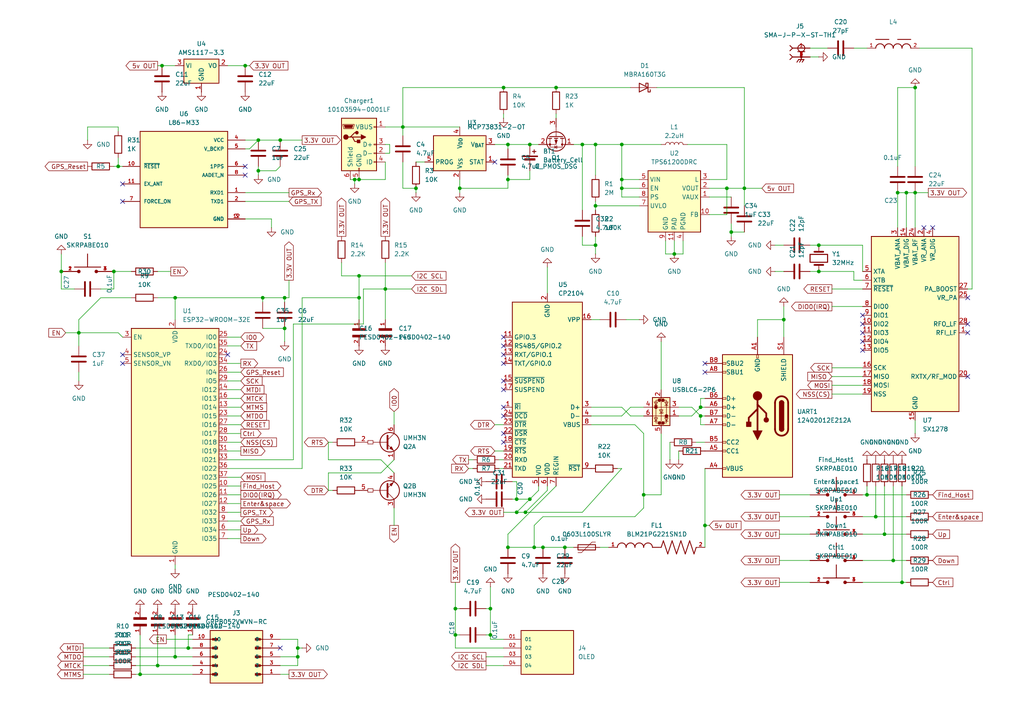
<source format=kicad_sch>
(kicad_sch (version 20250114) (generator "eeschema") (generator_version "9.0")
  (paper "A4")
  (junction (at 262.89 55.88))
  (junction (at 256.54 154.94))
  (junction (at 204.47 152.4))
  (junction (at 203.2 118.11))
  (junction (at 46.99 19.05))
  (junction (at 149.86 144.78))
  (junction (at 147.32 158.75))
  (junction (at 71.12 19.05))
  (junction (at 180.34 52.07))
  (junction (at 142.24 184.15))
  (junction (at 153.67 144.78))
  (junction (at 237.49 71.12))
  (junction (at 172.72 59.69))
  (junction (at 203.2 120.65))
  (junction (at 22.86 96.52))
  (junction (at 82.55 86.36))
  (junction (at 172.72 71.12))
  (junction (at 265.43 25.4))
  (junction (at 265.43 55.88))
  (junction (at 50.8 86.36))
  (junction (at 133.35 54.61))
  (junction (at 147.32 52.07))
  (junction (at 146.05 25.4))
  (junction (at 82.55 95.25))
  (junction (at 54.61 187.96))
  (junction (at 50.8 190.5))
  (junction (at 76.2 86.36))
  (junction (at 149.86 148.59))
  (junction (at 116.84 36.83))
  (junction (at 261.62 168.91))
  (junction (at 251.46 143.51))
  (junction (at 102.87 52.07))
  (junction (at 147.32 41.91))
  (junction (at 215.9 54.61))
  (junction (at 45.72 193.04))
  (junction (at 104.14 86.36))
  (junction (at 104.14 52.07))
  (junction (at 254 149.86))
  (junction (at 186.69 143.51))
  (junction (at 154.94 158.75))
  (junction (at 81.28 40.64))
  (junction (at 33.02 78.74))
  (junction (at 74.93 40.64))
  (junction (at 212.09 67.31))
  (junction (at 86.36 190.5))
  (junction (at 227.33 92.71))
  (junction (at 259.08 162.56))
  (junction (at 104.14 80.01))
  (junction (at 180.34 54.61))
  (junction (at 237.49 78.74))
  (junction (at 153.67 41.91))
  (junction (at 168.91 41.91))
  (junction (at 132.08 184.15))
  (junction (at 180.34 41.91))
  (junction (at 17.78 78.74))
  (junction (at 74.93 49.53))
  (junction (at 195.58 73.66))
  (junction (at 120.65 54.61))
  (junction (at 161.29 25.4))
  (junction (at 111.76 83.82))
  (junction (at 142.24 176.53))
  (junction (at 260.35 55.88))
  (junction (at 210.82 54.61))
  (junction (at 163.83 158.75))
  (junction (at 132.08 176.53))
  (junction (at 157.48 158.75))
  (junction (at 40.64 195.58))
  (junction (at 34.29 48.26))
  (junction (at 86.36 187.96))
  (junction (at 172.72 41.91))
  (junction (at 152.4 148.59))
  (no_connect (at 146.05 113.03))
  (no_connect (at 204.47 107.95))
  (no_connect (at 280.67 86.36))
  (no_connect (at 35.56 105.41))
  (no_connect (at 71.12 50.8))
  (no_connect (at 81.28 187.96))
  (no_connect (at 146.05 105.41))
  (no_connect (at 35.56 102.87))
  (no_connect (at 250.19 96.52))
  (no_connect (at 267.97 66.04))
  (no_connect (at 143.51 46.99))
  (no_connect (at 280.67 93.98))
  (no_connect (at 146.05 97.79))
  (no_connect (at 204.47 105.41))
  (no_connect (at 146.05 100.33))
  (no_connect (at 35.56 53.34))
  (no_connect (at 71.12 48.26))
  (no_connect (at 35.56 58.42))
  (no_connect (at 270.51 66.04))
  (no_connect (at 250.19 99.06))
  (no_connect (at 250.19 101.6))
  (no_connect (at 280.67 96.52))
  (no_connect (at 250.19 91.44))
  (no_connect (at 146.05 110.49))
  (no_connect (at 146.05 125.73))
  (no_connect (at 250.19 93.98))
  (no_connect (at 146.05 120.65))
  (no_connect (at 146.05 128.27))
  (no_connect (at 280.67 109.22))
  (no_connect (at 146.05 102.87))
  (no_connect (at 146.05 118.11))
  (no_connect (at 66.04 102.87))
  (wire (pts (xy 180.34 118.11) (xy 182.88 120.65)))
  (wire (pts (xy 241.3 83.82) (xy 250.19 83.82)))
  (wire (pts (xy 133.35 184.15) (xy 132.08 184.15)))
  (wire (pts (xy 182.88 118.11) (xy 186.69 118.11)))
  (wire (pts (xy 86.36 193.04) (xy 86.36 190.5)))
  (wire (pts (xy 262.89 55.88) (xy 260.35 55.88)))
  (wire (pts (xy 171.45 92.71) (xy 173.99 92.71)))
  (wire (pts (xy 111.76 52.07) (xy 104.14 52.07)))
  (wire (pts (xy 180.34 54.61) (xy 180.34 57.15)))
  (wire (pts (xy 195.58 69.85) (xy 195.58 73.66)))
  (wire (pts (xy 191.77 99.06) (xy 191.77 113.03)))
  (wire (pts (xy 241.3 114.3) (xy 250.19 114.3)))
  (wire (pts (xy 157.48 149.86) (xy 184.15 149.86)))
  (wire (pts (xy 146.05 34.29) (xy 146.05 33.02)))
  (wire (pts (xy 116.84 54.61) (xy 120.65 54.61)))
  (wire (pts (xy 168.91 41.91) (xy 172.72 41.91)))
  (wire (pts (xy 95.25 142.24) (xy 96.52 142.24)))
  (wire (pts (xy 66.04 148.59) (xy 69.85 148.59)))
  (wire (pts (xy 158.75 77.47) (xy 158.75 85.09)))
  (wire (pts (xy 40.64 195.58) (xy 55.88 195.58)))
  (wire (pts (xy 265.43 55.88) (xy 262.89 55.88)))
  (wire (pts (xy 66.04 151.13) (xy 69.85 151.13)))
  (wire (pts (xy 185.42 54.61) (xy 180.34 54.61)))
  (wire (pts (xy 120.65 55.88) (xy 120.65 54.61)))
  (wire (pts (xy 204.47 135.89) (xy 204.47 152.4)))
  (wire (pts (xy 39.37 190.5) (xy 50.8 190.5)))
  (wire (pts (xy 140.97 190.5) (xy 146.05 190.5)))
  (wire (pts (xy 219.71 92.71) (xy 219.71 97.79)))
  (wire (pts (xy 203.2 115.57) (xy 204.47 115.57)))
  (wire (pts (xy 66.04 120.65) (xy 69.85 120.65)))
  (wire (pts (xy 111.76 36.83) (xy 116.84 36.83)))
  (wire (pts (xy 191.77 125.73) (xy 191.77 143.51)))
  (wire (pts (xy 163.83 158.75) (xy 166.37 158.75)))
  (wire (pts (xy 265.43 55.88) (xy 265.43 66.04)))
  (wire (pts (xy 215.9 25.4) (xy 215.9 54.61)))
  (wire (pts (xy 198.12 73.66) (xy 195.58 73.66)))
  (wire (pts (xy 81.28 190.5) (xy 86.36 190.5)))
  (wire (pts (xy 180.34 41.91) (xy 180.34 52.07)))
  (wire (pts (xy 166.37 41.91) (xy 168.91 41.91)))
  (wire (pts (xy 256.54 154.94) (xy 262.89 154.94)))
  (wire (pts (xy 50.8 165.1) (xy 50.8 163.83)))
  (wire (pts (xy 33.02 48.26) (xy 34.29 48.26)))
  (wire (pts (xy 147.32 41.91) (xy 147.32 43.18)))
  (wire (pts (xy 196.85 130.81) (xy 196.85 133.35)))
  (wire (pts (xy 95.25 137.16) (xy 110.49 137.16)))
  (wire (pts (xy 114.3 119.38) (xy 114.3 123.19)))
  (wire (pts (xy 78.74 66.04) (xy 78.74 63.5)))
  (wire (pts (xy 265.43 55.88) (xy 269.24 55.88)))
  (wire (pts (xy 132.08 176.53) (xy 132.08 184.15)))
  (wire (pts (xy 210.82 54.61) (xy 215.9 54.61)))
  (wire (pts (xy 25.4 36.83) (xy 34.29 36.83)))
  (wire (pts (xy 149.86 148.59) (xy 152.4 148.59)))
  (wire (pts (xy 87.63 187.96) (xy 86.36 187.96)))
  (wire (pts (xy 66.04 115.57) (xy 69.85 115.57)))
  (wire (pts (xy 111.76 46.99) (xy 111.76 52.07)))
  (wire (pts (xy 215.9 59.69) (xy 215.9 54.61)))
  (wire (pts (xy 193.04 69.85) (xy 193.04 73.66)))
  (wire (pts (xy 212.09 64.77) (xy 212.09 67.31)))
  (wire (pts (xy 45.72 193.04) (xy 55.88 193.04)))
  (wire (pts (xy 111.76 76.2) (xy 111.76 83.82)))
  (wire (pts (xy 132.08 168.91) (xy 132.08 176.53)))
  (wire (pts (xy 66.04 100.33) (xy 69.85 100.33)))
  (wire (pts (xy 71.12 40.64) (xy 74.93 40.64)))
  (wire (pts (xy 113.03 41.91) (xy 113.03 44.45)))
  (wire (pts (xy 210.82 62.23) (xy 210.82 54.61)))
  (wire (pts (xy 203.2 118.11) (xy 200.66 120.65)))
  (wire (pts (xy 83.82 81.28) (xy 83.82 86.36)))
  (wire (pts (xy 142.24 184.15) (xy 142.24 185.42)))
  (wire (pts (xy 227.33 88.9) (xy 227.33 92.71)))
  (wire (pts (xy 153.67 49.53) (xy 153.67 52.07)))
  (wire (pts (xy 153.67 52.07) (xy 147.32 52.07)))
  (wire (pts (xy 281.94 83.82) (xy 280.67 83.82)))
  (wire (pts (xy 113.03 44.45) (xy 111.76 44.45)))
  (wire (pts (xy 154.94 158.75) (xy 157.48 158.75)))
  (wire (pts (xy 66.04 125.73) (xy 69.85 125.73)))
  (wire (pts (xy 154.94 152.4) (xy 157.48 149.86)))
  (wire (pts (xy 22.86 107.95) (xy 22.86 110.49)))
  (wire (pts (xy 39.37 195.58) (xy 40.64 195.58)))
  (wire (pts (xy 66.04 143.51) (xy 69.85 143.51)))
  (wire (pts (xy 48.26 185.42) (xy 55.88 185.42)))
  (wire (pts (xy 226.06 149.86) (xy 234.95 149.86)))
  (wire (pts (xy 168.91 148.59) (xy 180.34 135.89)))
  (wire (pts (xy 186.69 143.51) (xy 186.69 147.32)))
  (wire (pts (xy 45.72 19.05) (xy 46.99 19.05)))
  (wire (pts (xy 234.95 13.97) (xy 240.03 13.97)))
  (wire (pts (xy 147.32 158.75) (xy 154.94 158.75)))
  (wire (pts (xy 168.91 41.91) (xy 168.91 60.96)))
  (wire (pts (xy 114.3 147.32) (xy 114.3 152.4)))
  (wire (pts (xy 168.91 68.58) (xy 168.91 71.12)))
  (wire (pts (xy 250.19 71.12) (xy 250.19 78.74)))
  (wire (pts (xy 171.45 123.19) (xy 184.15 123.19)))
  (wire (pts (xy 250.19 168.91) (xy 261.62 168.91)))
  (wire (pts (xy 116.84 36.83) (xy 116.84 39.37)))
  (wire (pts (xy 157.48 158.75) (xy 163.83 158.75)))
  (wire (pts (xy 146.05 25.4) (xy 116.84 25.4)))
  (wire (pts (xy 66.04 128.27) (xy 69.85 128.27)))
  (wire (pts (xy 66.04 113.03) (xy 69.85 113.03)))
  (wire (pts (xy 66.04 138.43) (xy 69.85 138.43)))
  (wire (pts (xy 85.09 93.98) (xy 85.09 133.35)))
  (wire (pts (xy 254 149.86) (xy 262.89 149.86)))
  (wire (pts (xy 132.08 187.96) (xy 146.05 187.96)))
  (wire (pts (xy 161.29 33.02) (xy 161.29 34.29)))
  (wire (pts (xy 82.55 86.36) (xy 82.55 87.63)))
  (wire (pts (xy 210.82 52.07) (xy 205.74 52.07)))
  (wire (pts (xy 34.29 45.72) (xy 34.29 48.26)))
  (wire (pts (xy 227.33 92.71) (xy 227.33 97.79)))
  (wire (pts (xy 210.82 41.91) (xy 199.39 41.91)))
  (wire (pts (xy 146.05 148.59) (xy 149.86 148.59)))
  (wire (pts (xy 260.35 55.88) (xy 260.35 66.04)))
  (wire (pts (xy 144.78 133.35) (xy 146.05 133.35)))
  (wire (pts (xy 135.89 135.89) (xy 137.16 135.89)))
  (wire (pts (xy 66.04 110.49) (xy 69.85 110.49)))
  (wire (pts (xy 104.14 92.71) (xy 104.14 86.36)))
  (wire (pts (xy 172.72 71.12) (xy 172.72 73.66)))
  (wire (pts (xy 234.95 71.12) (xy 237.49 71.12)))
  (wire (pts (xy 181.61 92.71) (xy 185.42 92.71)))
  (wire (pts (xy 190.5 25.4) (xy 215.9 25.4)))
  (wire (pts (xy 111.76 83.82) (xy 111.76 92.71)))
  (wire (pts (xy 262.89 55.88) (xy 262.89 66.04)))
  (wire (pts (xy 210.82 52.07) (xy 210.82 41.91)))
  (wire (pts (xy 201.93 128.27) (xy 204.47 128.27)))
  (wire (pts (xy 185.42 59.69) (xy 172.72 59.69)))
  (wire (pts (xy 226.06 168.91) (xy 234.95 168.91)))
  (wire (pts (xy 104.14 80.01) (xy 119.38 80.01)))
  (wire (pts (xy 19.05 96.52) (xy 22.86 96.52)))
  (wire (pts (xy 196.85 118.11) (xy 200.66 118.11)))
  (wire (pts (xy 133.35 36.83) (xy 116.84 36.83)))
  (wire (pts (xy 203.2 118.11) (xy 204.47 118.11)))
  (wire (pts (xy 55.88 184.15) (xy 54.61 184.15)))
  (wire (pts (xy 142.24 185.42) (xy 146.05 185.42)))
  (wire (pts (xy 172.72 41.91) (xy 180.34 41.91)))
  (wire (pts (xy 76.2 95.25) (xy 82.55 95.25)))
  (wire (pts (xy 104.14 80.01) (xy 99.06 80.01)))
  (wire (pts (xy 204.47 120.65) (xy 203.2 120.65)))
  (wire (pts (xy 66.04 105.41) (xy 69.85 105.41)))
  (wire (pts (xy 86.36 190.5) (xy 86.36 187.96)))
  (wire (pts (xy 281.94 13.97) (xy 281.94 83.82)))
  (wire (pts (xy 105.41 93.98) (xy 105.41 83.82)))
  (wire (pts (xy 46.99 19.05) (xy 50.8 19.05)))
  (wire (pts (xy 33.02 78.74) (xy 38.1 78.74)))
  (wire (pts (xy 144.78 135.89) (xy 146.05 135.89)))
  (wire (pts (xy 152.4 148.59) (xy 168.91 148.59)))
  (wire (pts (xy 72.39 43.18) (xy 71.12 43.18)))
  (wire (pts (xy 104.14 52.07) (xy 102.87 52.07)))
  (wire (pts (xy 234.95 16.51) (xy 237.49 16.51)))
  (wire (pts (xy 261.62 140.97) (xy 261.62 168.91)))
  (wire (pts (xy 203.2 123.19) (xy 204.47 123.19)))
  (wire (pts (xy 226.06 154.94) (xy 234.95 154.94)))
  (wire (pts (xy 24.13 187.96) (xy 31.75 187.96)))
  (wire (pts (xy 111.76 41.91) (xy 113.03 41.91)))
  (wire (pts (xy 204.47 152.4) (xy 205.74 152.4)))
  (wire (pts (xy 147.32 50.8) (xy 147.32 52.07)))
  (wire (pts (xy 250.19 143.51) (xy 251.46 143.51)))
  (wire (pts (xy 185.42 57.15) (xy 180.34 57.15)))
  (wire (pts (xy 54.61 184.15) (xy 54.61 187.96)))
  (wire (pts (xy 148.59 144.78) (xy 149.86 144.78)))
  (wire (pts (xy 66.04 118.11) (xy 69.85 118.11)))
  (wire (pts (xy 95.25 133.35) (xy 110.49 133.35)))
  (wire (pts (xy 66.04 146.05) (xy 69.85 146.05)))
  (wire (pts (xy 22.86 92.71) (xy 22.86 96.52)))
  (wire (pts (xy 260.35 25.4) (xy 265.43 25.4)))
  (wire (pts (xy 29.21 86.36) (xy 22.86 92.71)))
  (wire (pts (xy 33.02 83.82) (xy 33.02 78.74)))
  (wire (pts (xy 250.19 162.56) (xy 259.08 162.56)))
  (wire (pts (xy 86.36 185.42) (xy 86.36 187.96)))
  (wire (pts (xy 256.54 140.97) (xy 256.54 154.94)))
  (wire (pts (xy 158.75 142.24) (xy 158.75 140.97)))
  (wire (pts (xy 219.71 92.71) (xy 227.33 92.71)))
  (wire (pts (xy 241.3 109.22) (xy 250.19 109.22)))
  (wire (pts (xy 198.12 69.85) (xy 198.12 73.66)))
  (wire (pts (xy 85.09 133.35) (xy 66.04 133.35)))
  (wire (pts (xy 50.8 184.15) (xy 50.8 190.5)))
  (wire (pts (xy 140.97 176.53) (xy 142.24 176.53)))
  (wire (pts (xy 83.82 195.58) (xy 81.28 195.58)))
  (wire (pts (xy 105.41 83.82) (xy 111.76 83.82)))
  (wire (pts (xy 87.63 86.36) (xy 87.63 135.89)))
  (wire (pts (xy 143.51 130.81) (xy 146.05 130.81)))
  (wire (pts (xy 180.34 52.07) (xy 180.34 54.61)))
  (wire (pts (xy 184.15 149.86) (xy 186.69 147.32)))
  (wire (pts (xy 161.29 25.4) (xy 182.88 25.4)))
  (wire (pts (xy 180.34 120.65) (xy 182.88 118.11)))
  (wire (pts (xy 111.76 83.82) (xy 119.38 83.82)))
  (wire (pts (xy 149.86 139.7) (xy 148.59 139.7)))
  (wire (pts (xy 265.43 25.4) (xy 265.43 48.26)))
  (wire (pts (xy 78.74 63.5) (xy 71.12 63.5)))
  (wire (pts (xy 66.04 19.05) (xy 71.12 19.05)))
  (wire (pts (xy 39.37 193.04) (xy 45.72 193.04)))
  (wire (pts (xy 34.29 48.26) (xy 35.56 48.26)))
  (wire (pts (xy 241.3 111.76) (xy 250.19 111.76)))
  (wire (pts (xy 142.24 170.18) (xy 142.24 176.53)))
  (wire (pts (xy 24.13 193.04) (xy 31.75 193.04)))
  (wire (pts (xy 193.04 73.66) (xy 195.58 73.66)))
  (wire (pts (xy 66.04 130.81) (xy 69.85 130.81)))
  (wire (pts (xy 142.24 176.53) (xy 142.24 184.15)))
  (wire (pts (xy 281.94 13.97) (xy 266.7 13.97)))
  (wire (pts (xy 186.69 125.73) (xy 184.15 123.19)))
  (wire (pts (xy 95.25 128.27) (xy 95.25 133.35)))
  (wire (pts (xy 204.47 152.4) (xy 204.47 158.75)))
  (wire (pts (xy 247.65 81.28) (xy 250.19 81.28)))
  (wire (pts (xy 101.6 52.07) (xy 102.87 52.07)))
  (wire (pts (xy 250.19 154.94) (xy 256.54 154.94)))
  (wire (pts (xy 146.05 25.4) (xy 161.29 25.4)))
  (wire (pts (xy 116.84 46.99) (xy 116.84 54.61)))
  (wire (pts (xy 34.29 96.52) (xy 35.56 97.79)))
  (wire (pts (xy 143.51 41.91) (xy 147.32 41.91)))
  (wire (pts (xy 81.28 185.42) (xy 86.36 185.42)))
  (wire (pts (xy 114.3 133.35) (xy 110.49 137.16)))
  (wire (pts (xy 66.04 153.67) (xy 69.85 153.67)))
  (wire (pts (xy 147.32 52.07) (xy 147.32 54.61)))
  (wire (pts (xy 120.65 46.99) (xy 123.19 46.99)))
  (wire (pts (xy 182.88 120.65) (xy 186.69 120.65)))
  (wire (pts (xy 105.41 93.98) (xy 85.09 93.98)))
  (wire (pts (xy 241.3 106.68) (xy 250.19 106.68)))
  (wire (pts (xy 50.8 190.5) (xy 55.88 190.5)))
  (wire (pts (xy 185.42 52.07) (xy 180.34 52.07)))
  (wire (pts (xy 95.25 137.16) (xy 95.25 142.24)))
  (wire (pts (xy 205.74 57.15) (xy 212.09 57.15)))
  (wire (pts (xy 74.93 48.26) (xy 74.93 49.53)))
  (wire (pts (xy 168.91 71.12) (xy 172.72 71.12)))
  (wire (pts (xy 140.97 184.15) (xy 142.24 184.15)))
  (wire (pts (xy 74.93 49.53) (xy 80.01 49.53)))
  (wire (pts (xy 34.29 36.83) (xy 34.29 38.1)))
  (wire (pts (xy 251.46 140.97) (xy 251.46 143.51)))
  (wire (pts (xy 205.74 62.23) (xy 210.82 62.23)))
  (wire (pts (xy 241.3 88.9) (xy 250.19 88.9)))
  (wire (pts (xy 172.72 59.69) (xy 172.72 58.42)))
  (wire (pts (xy 74.93 40.64) (xy 81.28 40.64)))
  (wire (pts (xy 154.94 158.75) (xy 154.94 152.4)))
  (wire (pts (xy 71.12 19.05) (xy 72.39 19.05)))
  (wire (pts (xy 156.21 142.24) (xy 156.21 140.97)))
  (wire (pts (xy 81.28 48.26) (xy 80.01 49.53)))
  (wire (pts (xy 147.32 154.94) (xy 161.29 140.97)))
  (wire (pts (xy 110.49 133.35) (xy 114.3 137.16)))
  (wire (pts (xy 143.51 123.19) (xy 146.05 123.19)))
  (wire (pts (xy 203.2 120.65) (xy 203.2 123.19)))
  (wire (pts (xy 39.37 187.96) (xy 54.61 187.96)))
  (wire (pts (xy 180.34 135.89) (xy 179.07 135.89)))
  (wire (pts (xy 76.2 86.36) (xy 76.2 87.63)))
  (wire (pts (xy 102.87 52.07) (xy 102.87 53.34)))
  (wire (pts (xy 215.9 67.31) (xy 212.09 67.31)))
  (wire (pts (xy 87.63 135.89) (xy 66.04 135.89)))
  (wire (pts (xy 140.97 193.04) (xy 146.05 193.04)))
  (wire (pts (xy 17.78 73.66) (xy 17.78 78.74)))
  (wire (pts (xy 81.28 40.64) (xy 87.63 40.64)))
  (wire (pts (xy 149.86 144.78) (xy 153.67 144.78)))
  (wire (pts (xy 186.69 125.73) (xy 186.69 143.51)))
  (wire (pts (xy 251.46 143.51) (xy 262.89 143.51)))
  (wire (pts (xy 261.62 168.91) (xy 262.89 168.91)))
  (wire (pts (xy 254 140.97) (xy 254 149.86)))
  (wire (pts (xy 234.95 78.74) (xy 237.49 78.74)))
  (wire (pts (xy 152.4 148.59) (xy 158.75 142.24)))
  (wire (pts (xy 186.69 143.51) (xy 191.77 143.51)))
  (wire (pts (xy 45.72 184.15) (xy 45.72 193.04)))
  (wire (pts (xy 172.72 59.69) (xy 172.72 60.96)))
  (wire (pts (xy 24.13 190.5) (xy 31.75 190.5)))
  (wire (pts (xy 226.06 162.56) (xy 234.95 162.56)))
  (wire (pts (xy 22.86 96.52) (xy 22.86 100.33)))
  (wire (pts (xy 171.45 118.11) (xy 180.34 118.11)))
  (wire (pts (xy 259.08 140.97) (xy 259.08 162.56)))
  (wire (pts (xy 45.72 86.36) (xy 50.8 86.36)))
  (wire (pts (xy 133.35 54.61) (xy 147.32 54.61)))
  (wire (pts (xy 71.12 55.88) (xy 83.82 55.88)))
  (wire (pts (xy 50.8 86.36) (xy 76.2 86.36)))
  (wire (pts (xy 203.2 120.65) (xy 200.66 118.11)))
  (wire (pts (xy 17.78 83.82) (xy 21.59 83.82)))
  (wire (pts (xy 116.84 25.4) (xy 116.84 36.83)))
  (wire (pts (xy 215.9 54.61) (xy 220.98 54.61)))
  (wire (pts (xy 24.13 195.58) (xy 31.75 195.58)))
  (wire (pts (xy 153.67 144.78) (xy 156.21 142.24)))
  (wire (pts (xy 171.45 120.65) (xy 180.34 120.65)))
  (wire (pts (xy 205.74 54.61) (xy 210.82 54.61)))
  (wire (pts (xy 50.8 86.36) (xy 50.8 92.71)))
  (wire (pts (xy 99.06 76.2) (xy 99.06 80.01)))
  (wire (pts (xy 237.49 78.74) (xy 247.65 78.74)))
  (wire (pts (xy 71.12 58.42) (xy 83.82 58.42)))
  (wire (pts (xy 66.04 156.21) (xy 69.85 156.21)))
  (wire (pts (xy 74.93 49.53) (xy 74.93 50.8)))
  (wire (pts (xy 180.34 41.91) (xy 191.77 41.91)))
  (wire (pts (xy 247.65 78.74) (xy 247.65 81.28)))
  (wire (pts (xy 95.25 128.27) (xy 96.52 128.27)))
  (wire (pts (xy 82.55 95.25) (xy 82.55 99.06)))
  (wire (pts (xy 104.14 86.36) (xy 104.14 80.01)))
  (wire (pts (xy 81.28 193.04) (xy 86.36 193.04)))
  (wire (pts (xy 135.89 133.35) (xy 137.16 133.35)))
  (wire (pts (xy 224.79 78.74) (xy 227.33 78.74)))
  (wire (pts (xy 149.86 148.59) (xy 153.67 144.78)))
  (wire (pts (xy 69.85 140.97) (xy 66.04 140.97)))
  (wire (pts (xy 74.93 40.64) (xy 72.39 43.18)))
  (wire (pts (xy 17.78 78.74) (xy 17.78 83.82)))
  (wire (pts (xy 40.64 184.15) (xy 40.64 195.58)))
  (wire (pts (xy 237.49 71.12) (xy 250.19 71.12)))
  (wire (pts (xy 66.04 107.95) (xy 69.85 107.95)))
  (wire (pts (xy 250.19 149.86) (xy 254 149.86)))
  (wire (pts (xy 66.04 123.19) (xy 69.85 123.19)))
  (wire (pts (xy 132.08 184.15) (xy 132.08 187.96)))
  (wire (pts (xy 147.32 158.75) (xy 147.32 154.94)))
  (wire (pts (xy 203.2 115.57) (xy 203.2 118.11)))
  (wire (pts (xy 82.55 86.36) (xy 76.2 86.36)))
  (wire (pts (xy 54.61 187.96) (xy 55.88 187.96)))
  (wire (pts (xy 83.82 86.36) (xy 82.55 86.36)))
  (wire (pts (xy 133.35 54.61) (xy 133.35 55.88)))
  (wire (pts (xy 194.31 128.27) (xy 194.31 133.35)))
  (wire (pts (xy 172.72 68.58) (xy 172.72 71.12)))
  (wire (pts (xy 104.14 86.36) (xy 87.63 86.36)))
  (wire (pts (xy 132.08 176.53) (xy 133.35 176.53)))
  (wire (pts (xy 45.72 78.74) (xy 49.53 78.74)))
  (wire (pts (xy 22.86 96.52) (xy 34.29 96.52)))
  (wire (pts (xy 247.65 13.97) (xy 251.46 13.97)))
  (wire (pts (xy 149.86 139.7) (xy 149.86 144.78)))
  (wire (pts (xy 172.72 50.8) (xy 172.72 41.91)))
  (wire (pts (xy 224.79 71.12) (xy 227.33 71.12)))
  (wire (pts (xy 260.35 48.26) (xy 260.35 25.4)))
  (wire (pts (xy 153.67 41.91) (xy 156.21 41.91)))
  (wire (pts (xy 173.99 158.75) (xy 176.53 158.75)))
  (wire (pts (xy 212.09 67.31) (xy 212.09 68.58)))
  (wire (pts (xy 259.08 162.56) (xy 262.89 162.56)))
  (wire (pts (xy 38.1 86.36) (xy 29.21 86.36)))
  (wire (pts (xy 265.43 121.92) (xy 265.43 125.73)))
  (wire (pts (xy 29.21 83.82) (xy 33.02 83.82)))
  (wire (pts (xy 66.04 97.79) (xy 69.85 97.79)))
  (wire (pts (xy 25.4 40.64) (xy 25.4 36.83)))
  (wire (pts (xy 226.06 143.51) (xy 234.95 143.51)))
  (wire (pts (xy 196.85 120.65) (xy 200.66 120.65)))
  (wire (pts (xy 147.32 41.91) (xy 153.67 41.91)))
  (wire (pts (xy 133.35 52.07) (xy 133.35 54.61)))
  (global_label "SCK" (shape output) (at 241.3 106.68 180) (property "Intersheetrefs" "${INTERSHEET_REFS}" (effects (hide yes))))
  (global_label "MTDO" (shape input) (at 69.85 120.65 0) (property "Intersheetrefs" "${INTERSHEET_REFS}" (effects (hide yes))))
  (global_label "Find_Host" (shape input) (at 270.51 143.51 0) (property "Intersheetrefs" "${INTERSHEET_REFS}" (effects (hide yes))))
  (global_label "EN" (shape output) (at 49.53 78.74 0) (property "Intersheetrefs" "${INTERSHEET_REFS}" (effects (hide yes))))
  (global_label "3.3V OUT" (shape output) (at 226.06 162.56 180) (property "Intersheetrefs" "${INTERSHEET_REFS}" (effects (hide yes))))
  (global_label "Find_Host" (shape output) (at 69.85 140.97 0) (property "Intersheetrefs" "${INTERSHEET_REFS}" (effects (hide yes))))
  (global_label "RESET" (shape output) (at 241.3 83.82 180) (property "Intersheetrefs" "${INTERSHEET_REFS}" (effects (hide yes))))
  (global_label "GPS_Rx" (shape input) (at 69.85 151.13 0) (property "Intersheetrefs" "${INTERSHEET_REFS}" (effects (hide yes))))
  (global_label "MTDI" (shape input) (at 69.85 113.03 0) (property "Intersheetrefs" "${INTERSHEET_REFS}" (effects (hide yes))))
  (global_label "RX" (shape output) (at 69.85 105.41 0) (property "Intersheetrefs" "${INTERSHEET_REFS}" (effects (hide yes))))
  (global_label "MISO" (shape input) (at 241.3 109.22 180) (property "Intersheetrefs" "${INTERSHEET_REFS}" (effects (hide yes))))
  (global_label "DTR" (shape bidirectional) (at 95.25 142.24 180) (property "Intersheetrefs" "${INTERSHEET_REFS}" (effects (hide yes))))
  (global_label "I2C SCL" (shape input) (at 119.38 80.01 0) (property "Intersheetrefs" "${INTERSHEET_REFS}" (effects (hide yes))))
  (global_label "EN" (shape output) (at 48.26 185.42 180) (property "Intersheetrefs" "${INTERSHEET_REFS}" (effects (hide yes))))
  (global_label "IO0" (shape bidirectional) (at 114.3 119.38 90) (property "Intersheetrefs" "${INTERSHEET_REFS}" (effects (hide yes))))
  (global_label "Up" (shape input) (at 270.51 154.94 0) (property "Intersheetrefs" "${INTERSHEET_REFS}" (effects (hide yes))))
  (global_label "RTS" (shape bidirectional) (at 143.51 130.81 180) (property "Intersheetrefs" "${INTERSHEET_REFS}" (effects (hide yes))))
  (global_label "3.3V OUT" (shape output) (at 83.82 81.28 90) (property "Intersheetrefs" "${INTERSHEET_REFS}" (effects (hide yes))))
  (global_label "MOSI" (shape input) (at 69.85 138.43 0) (property "Intersheetrefs" "${INTERSHEET_REFS}" (effects (hide yes))))
  (global_label "GPS_TX" (shape input) (at 83.82 58.42 0) (property "Intersheetrefs" "${INTERSHEET_REFS}" (effects (hide yes))))
  (global_label "3.3V OUT" (shape output) (at 132.08 168.91 90) (property "Intersheetrefs" "${INTERSHEET_REFS}" (effects (hide yes))))
  (global_label "I2C SDL" (shape input) (at 119.38 83.82 0) (property "Intersheetrefs" "${INTERSHEET_REFS}" (effects (hide yes))))
  (global_label "GPS_TX" (shape output) (at 69.85 148.59 0) (property "Intersheetrefs" "${INTERSHEET_REFS}" (effects (hide yes))))
  (global_label "TX" (shape input) (at 69.85 100.33 0) (property "Intersheetrefs" "${INTERSHEET_REFS}" (effects (hide yes))))
  (global_label "MISO" (shape output) (at 69.85 130.81 0) (property "Intersheetrefs" "${INTERSHEET_REFS}" (effects (hide yes))))
  (global_label "3.3V OUT" (shape output) (at 111.76 68.58 90) (property "Intersheetrefs" "${INTERSHEET_REFS}" (effects (hide yes))))
  (global_label "3.3V OUT" (shape output) (at 226.06 143.51 180) (property "Intersheetrefs" "${INTERSHEET_REFS}" (effects (hide yes))))
  (global_label "NSS(CS)" (shape input) (at 69.85 128.27 0) (property "Intersheetrefs" "${INTERSHEET_REFS}" (effects (hide yes))))
  (global_label "3.3V OUT" (shape output) (at 226.06 149.86 180) (property "Intersheetrefs" "${INTERSHEET_REFS}" (effects (hide yes))))
  (global_label "MTCK" (shape output) (at 24.13 193.04 180) (property "Intersheetrefs" "${INTERSHEET_REFS}" (effects (hide yes))))
  (global_label "3.3V OUT" (shape output) (at 83.82 195.58 0) (property "Intersheetrefs" "${INTERSHEET_REFS}" (effects (hide yes))))
  (global_label "GPS_Reset" (shape input) (at 69.85 107.95 0) (property "Intersheetrefs" "${INTERSHEET_REFS}" (effects (hide yes))))
  (global_label "Up" (shape output) (at 69.85 153.67 0) (property "Intersheetrefs" "${INTERSHEET_REFS}" (effects (hide yes))))
  (global_label "5v OUT" (shape output) (at 45.72 19.05 180) (property "Intersheetrefs" "${INTERSHEET_REFS}" (effects (hide yes))))
  (global_label "GPS_Reset" (shape output) (at 25.4 48.26 180) (property "Intersheetrefs" "${INTERSHEET_REFS}" (effects (hide yes))))
  (global_label "5v OUT" (shape input) (at 220.98 54.61 0) (property "Intersheetrefs" "${INTERSHEET_REFS}" (effects (hide yes))))
  (global_label "3.3V OUT" (shape output) (at 269.24 55.88 0) (property "Intersheetrefs" "${INTERSHEET_REFS}" (effects (hide yes))))
  (global_label "Enter&space" (shape output) (at 69.85 146.05 0) (property "Intersheetrefs" "${INTERSHEET_REFS}" (effects (hide yes))))
  (global_label "Enter&space" (shape input) (at 270.51 149.86 0) (property "Intersheetrefs" "${INTERSHEET_REFS}" (effects (hide yes))))
  (global_label "3.3V OUT" (shape output) (at 226.06 168.91 180) (property "Intersheetrefs" "${INTERSHEET_REFS}" (effects (hide yes))))
  (global_label "EN" (shape output) (at 114.3 152.4 270) (property "Intersheetrefs" "${INTERSHEET_REFS}" (effects (hide yes))))
  (global_label "MTDO" (shape output) (at 24.13 190.5 180) (property "Intersheetrefs" "${INTERSHEET_REFS}" (effects (hide yes))))
  (global_label "3.3V OUT" (shape output) (at 87.63 40.64 0) (property "Intersheetrefs" "${INTERSHEET_REFS}" (effects (hide yes))))
  (global_label "GPS_Rx" (shape output) (at 83.82 55.88 0) (property "Intersheetrefs" "${INTERSHEET_REFS}" (effects (hide yes))))
  (global_label "Down" (shape input) (at 270.51 162.56 0) (property "Intersheetrefs" "${INTERSHEET_REFS}" (effects (hide yes))))
  (global_label "Ctrl" (shape input) (at 270.51 168.91 0) (property "Intersheetrefs" "${INTERSHEET_REFS}" (effects (hide yes))))
  (global_label "MTMS" (shape input) (at 69.85 118.11 0) (property "Intersheetrefs" "${INTERSHEET_REFS}" (effects (hide yes))))
  (global_label "Down" (shape output) (at 69.85 156.21 0) (property "Intersheetrefs" "${INTERSHEET_REFS}" (effects (hide yes))))
  (global_label "RESET" (shape input) (at 69.85 123.19 0) (property "Intersheetrefs" "${INTERSHEET_REFS}" (effects (hide yes))))
  (global_label "RX" (shape input) (at 135.89 135.89 180) (property "Intersheetrefs" "${INTERSHEET_REFS}" (effects (hide yes))))
  (global_label "3.3V OUT" (shape input) (at 72.39 19.05 0) (property "Intersheetrefs" "${INTERSHEET_REFS}" (effects (hide yes))))
  (global_label "MTCK" (shape input) (at 69.85 115.57 0) (property "Intersheetrefs" "${INTERSHEET_REFS}" (effects (hide yes))))
  (global_label "3.3V OUT" (shape output) (at 226.06 154.94 180) (property "Intersheetrefs" "${INTERSHEET_REFS}" (effects (hide yes))))
  (global_label "MTMS" (shape output) (at 24.13 195.58 180) (property "Intersheetrefs" "${INTERSHEET_REFS}" (effects (hide yes))))
  (global_label "TX" (shape output) (at 135.89 133.35 180) (property "Intersheetrefs" "${INTERSHEET_REFS}" (effects (hide yes))))
  (global_label "RTS" (shape bidirectional) (at 95.25 128.27 180) (property "Intersheetrefs" "${INTERSHEET_REFS}" (effects (hide yes))))
  (global_label "DIO0(IRQ)" (shape output) (at 241.3 88.9 180) (property "Intersheetrefs" "${INTERSHEET_REFS}" (effects (hide yes))))
  (global_label "SCK" (shape input) (at 69.85 110.49 0) (property "Intersheetrefs" "${INTERSHEET_REFS}" (effects (hide yes))))
  (global_label "DIO0(IRQ)" (shape output) (at 69.85 143.51 0) (property "Intersheetrefs" "${INTERSHEET_REFS}" (effects (hide yes))))
  (global_label "MTDI" (shape output) (at 24.13 187.96 180) (property "Intersheetrefs" "${INTERSHEET_REFS}" (effects (hide yes))))
  (global_label "IO0" (shape bidirectional) (at 69.85 97.79 0) (property "Intersheetrefs" "${INTERSHEET_REFS}" (effects (hide yes))))
  (global_label "I2C SDL" (shape output) (at 140.97 193.04 180) (property "Intersheetrefs" "${INTERSHEET_REFS}" (effects (hide yes))))
  (global_label "DTR" (shape bidirectional) (at 143.51 123.19 180) (property "Intersheetrefs" "${INTERSHEET_REFS}" (effects (hide yes))))
  (global_label "3.3V OUT" (shape output) (at 146.05 148.59 180) (property "Intersheetrefs" "${INTERSHEET_REFS}" (effects (hide yes))))
  (global_label "MOSI" (shape output) (at 241.3 111.76 180) (property "Intersheetrefs" "${INTERSHEET_REFS}" (effects (hide yes))))
  (global_label "Ctrl" (shape output) (at 69.85 125.73 0) (property "Intersheetrefs" "${INTERSHEET_REFS}" (effects (hide yes))))
  (global_label "I2C SCL" (shape output) (at 140.97 190.5 180) (property "Intersheetrefs" "${INTERSHEET_REFS}" (effects (hide yes))))
  (global_label "5v OUT" (shape input) (at 205.74 152.4 0) (property "Intersheetrefs" "${INTERSHEET_REFS}" (effects (hide yes))))
  (global_label "3.3V OUT" (shape output) (at 99.06 68.58 90) (property "Intersheetrefs" "${INTERSHEET_REFS}" (effects (hide yes))))
  (global_label "NSS(CS)" (shape output) (at 241.3 114.3 180) (property "Intersheetrefs" "${INTERSHEET_REFS}" (effects (hide yes))))
  (global_label "EN" (shape input) (at 19.05 96.52 180) (property "Intersheetrefs" "${INTERSHEET_REFS}" (effects (hide yes))))
  (symbol (lib_id "power:GND") (at 111.76 100.33 0) (unit 1)
    (property "Reference" "#PWR024" (effects (hide yes)))
    (property "Value" "GND" (at 111.76 105.41 0))
    (property "Description" "Power symbol creates a global label with name \"GND\" , ground" (effects (hide yes)))
  )
  (symbol (lib_id "Device:R") (at 35.56 187.96 90) (unit 1)
    (property "Reference" "R10" (at 35.56 181.61 90))
    (property "Value" "100R" (at 35.56 184.15 90))
    (property "Footprint" "Resistor_SMD:R_0603_1608Metric" (effects (hide yes)))
    (property "Description" "Resistor" (effects (hide yes)))
  )
  (symbol (lib_id "power:GND") (at 157.48 166.37 0) (unit 1)
    (property "Reference" "#PWR014" (effects (hide yes)))
    (property "Value" "GND" (at 157.48 171.45 0))
    (property "Description" "Power symbol creates a global label with name \"GND\" , ground" (effects (hide yes)))
  )
  (symbol (lib_id "power:GND") (at 102.87 53.34 0) (unit 1)
    (property "Reference" "#PWR04" (effects (hide yes)))
    (property "Value" "GND" (at 102.87 58.42 0))
    (property "Description" "Power symbol creates a global label with name \"GND\" , ground" (effects (hide yes)))
  )
  (symbol (lib_id "Device:R") (at 198.12 128.27 90) (unit 1)
    (property "Reference" "R8" (at 198.12 128.27 90))
    (property "Value" "5.1K" (effects (hide yes)))
    (property "Footprint" "Resistor_SMD:R_0402_1005Metric" (effects (hide yes)))
    (property "Description" "Resistor" (effects (hide yes)))
  )
  (symbol (lib_id "Device:R") (at 34.29 41.91 0) (unit 1)
    (property "Reference" "R31" (at 36.83 40.6399 0) (effects (justify left)))
    (property "Value" "1K" (at 36.83 43.1799 0) (effects (justify left)))
    (property "Footprint" "Resistor_SMD:R_0603_1608Metric" (effects (hide yes)))
    (property "Description" "Resistor" (effects (hide yes)))
  )
  (symbol (lib_id "power:GND") (at 104.14 100.33 0) (unit 1)
    (property "Reference" "#PWR023" (effects (hide yes)))
    (property "Value" "GND" (at 104.14 105.41 0))
    (property "Description" "Power symbol creates a global label with name \"GND\" , ground" (effects (hide yes)))
  )
  (symbol (lib_id "Regulator_Linear:AMS1117-3.3") (at 58.42 19.05 0) (unit 1)
    (property "Reference" "U4" (at 58.42 12.7 0))
    (property "Value" "AMS1117-3.3" (at 58.42 15.24 0))
    (property "Footprint" "Package_TO_SOT_SMD:SOT-223-3_TabPin2" (effects (hide yes)))
    (property "Datasheet" "http://www.advanced-monolithic.com/pdf/ds1117.pdf" (effects (hide yes)))
    (property "Description" "1A Low Dropout regulator, positive, 3.3V fixed output, SOT-223" (effects (hide yes)))
  )
  (symbol (lib_id "SKRPABE010:SKRPABE010") (at 242.57 168.91 0) (unit 1)
    (property "Reference" "Ctrl1" (at 242.57 158.75 0))
    (property "Value" "SKRPABE010" (at 242.57 161.29 0))
    (property "Footprint" "Diode_SMD:SW_SKRPABE010" (effects (hide yes)))
    (property "MF" "ALPS" (effects (hide yes)))
    (property "MAXIMUM_PACKAGE_HEIGHT" "2.5 mm" (effects (hide yes)))
    (property "Package" "None" (effects (hide yes)))
    (property "Price" "None" (effects (hide yes)))
    (property "Check_prices" "https://www.snapeda.com/parts/SKRPABE010/ALPS/view-part/?ref=eda" (effects (hide yes)))
    (property "STANDARD" "Manufacturer Recommendations" (effects (hide yes)))
    (property "SnapEDA_Link" "https://www.snapeda.com/parts/SKRPABE010/ALPS/view-part/?ref=snap" (effects (hide yes)))
    (property "MP" "SKRPABE010" (effects (hide yes)))
    (property "Description_1" "Switch Tactile N.O. SPST Button J-Bend 0.05A 16VDC 1.57N SMD Automotive T/R" (effects (hide yes)))
    (property "Availability" "In Stock" (effects (hide yes)))
    (property "MANUFACTURER" "Alps" (effects (hide yes)))
  )
  (symbol (lib_id "Device:R") (at 111.76 72.39 180) (unit 1)
    (property "Reference" "R15" (at 114.3 71.1199 0) (effects (justify right)))
    (property "Value" "2.2K" (at 114.3 73.6599 0) (effects (justify right)))
    (property "Footprint" "Resistor_SMD:R_0603_1608Metric" (effects (hide yes)))
    (property "Description" "Resistor" (effects (hide yes)))
  )
  (symbol (lib_id "Device:C") (at 144.78 139.7 270) (unit 1)
    (property "Reference" "C30" (at 150.876 139.7 0) (effects (justify left)))
    (property "Value" "0.1uF" (at 138.43 138.43 0) (effects (justify left)))
    (property "Footprint" "Capacitor_SMD:C_0603_1608Metric" (effects (hide yes)))
    (property "Description" "Unpolarized capacitor" (effects (hide yes)))
  )
  (symbol (lib_id "WE-TPC_2811:WE-TPC_2811") (at 259.08 13.97 0) (unit 1)
    (property "Reference" "L4" (at 259.08 6.35 0))
    (property "Value" "744028000056" (effects (hide yes)))
    (property "Footprint" "WE-TPC_2811:WE-TPC_2811" (effects (hide yes)))
    (property "DigiKey_Part_Number" "732-3694-2-ND" (effects (hide yes)))
    (property "SnapEDA_Link" "https://www.snapeda.com/parts/744028000056/W%25C3%25BCrth+Elektronik+Midcom/view-part/?ref=snap" (effects (hide yes)))
    (property "Description_1" "WE-TPC Series; Shielded Wire-wound SMD Inductor with Ferrite Core, 56 nH | Wurth Electronics 744028000056" (effects (hide yes)))
    (property "MF" "Würth Elektronik" (effects (hide yes)))
    (property "Package" "Nonstandard Wurth Electronics" (effects (hide yes)))
    (property "Check_prices" "https://www.snapeda.com/parts/744028000056/W%25C3%25BCrth+Elektronik+Midcom/view-part/?ref=eda" (effects (hide yes)))
    (property "MP" "744028000056" (effects (hide yes)))
  )
  (symbol (lib_id "Device:C") (at 137.16 184.15 90) (unit 1)
    (property "Reference" "C18" (at 131.064 184.15 0) (effects (justify left)))
    (property "Value" "0.1uF" (at 143.51 185.42 0) (effects (justify left)))
    (property "Footprint" "Capacitor_SMD:C_0603_1608Metric" (effects (hide yes)))
    (property "Description" "Unpolarized capacitor" (effects (hide yes)))
  )
  (symbol (lib_id "power:GND") (at 158.75 77.47 180) (unit 1)
    (property "Reference" "#PWR042" (effects (hide yes)))
    (property "Value" "GND" (at 158.75 72.39 0))
    (property "Description" "Power symbol creates a global label with name \"GND\" , ground" (effects (hide yes)))
  )
  (symbol (lib_id "Transistor_BJT:UMH3N") (at 113.03 128.27 0) (unit 1)
    (property "Reference" "Q2" (at 116.84 129.5401 0) (effects (justify left)))
    (property "Value" "UMH3N" (at 116.84 127.0001 0) (effects (justify left)))
    (property "Footprint" "Package_TO_SOT_SMD:SOT-363_SC-70-6" (effects (hide yes)))
    (property "Datasheet" "http://rohmfs.rohm.com/en/products/databook/datasheet/discrete/transistor/digital/emh3t2r-e.pdf" (effects (hide yes)))
    (property "Description" "0.1A Ic, 50V Vce, Dual NPN Input Resistor Transistors, SOT-363" (effects (hide yes)))
  )
  (symbol (lib_id "Device:C") (at 168.91 64.77 0) (unit 1)
    (property "Reference" "C32" (at 172.72 63.4999 0) (effects (justify left)))
    (property "Value" "4.7uF" (at 172.72 66.0399 0) (effects (justify left)))
    (property "Footprint" "Capacitor_SMD:C_0603_1608Metric" (effects (hide yes)))
    (property "Description" "Unpolarized capacitor" (effects (hide yes)))
  )
  (symbol (lib_id "Device:R") (at 254 137.16 180) (unit 1)
    (property "Reference" "R17" (at 256.54 135.8899 0) (effects (justify right)))
    (property "Value" "10K" (at 256.54 138.4299 0) (effects (justify right)))
    (property "Footprint" "Resistor_SMD:R_0603_1608Metric" (effects (hide yes)))
    (property "Description" "Resistor" (effects (hide yes)))
  )
  (symbol (lib_id "power:GND") (at 194.31 133.35 0) (unit 1)
    (property "Reference" "#PWR010" (effects (hide yes)))
    (property "Value" "GND" (at 194.31 138.43 0))
    (property "Description" "Power symbol creates a global label with name \"GND\" , ground" (effects (hide yes)))
  )
  (symbol (lib_id "power:GND") (at 140.97 139.7 270) (unit 1)
    (property "Reference" "#PWR039" (effects (hide yes)))
    (property "Value" "GND" (at 137.16 139.6999 90) (effects (justify right)))
    (property "Description" "Power symbol creates a global label with name \"GND\" , ground" (effects (hide yes)))
  )
  (symbol (lib_id "power:GND") (at 256.54 133.35 180) (unit 1)
    (property "Reference" "#PWR033" (effects (hide yes)))
    (property "Value" "GND" (at 256.54 128.27 0))
    (property "Description" "Power symbol creates a global label with name \"GND\" , ground" (effects (hide yes)))
  )
  (symbol (lib_id "BLM21PG221SN1D:BLM21PG221SN1D") (at 191.77 158.75 0) (unit 1)
    (property "Reference" "FL1" (at 190.5 152.4 0))
    (property "Value" "BLM21PG221SN1D" (at 190.5 154.94 0))
    (property "Footprint" "BLM21PG221SN1D:BEADC2012X105N" (effects (hide yes)))
    (property "MF" "Murata" (effects (hide yes)))
    (property "Description_1" "220 Ohms @ 100 MHz 1 Power Line Ferrite Bead 0805 (2012 Metric) 2A 45mOhm" (effects (hide yes)))
    (property "Package" "2012 Murata" (effects (hide yes)))
    (property "Price" "None" (effects (hide yes)))
    (property "SnapEDA_Link" "https://www.snapeda.com/parts/BLM21PG221SN1D/Murata/view-part/?ref=snap" (effects (hide yes)))
    (property "MP" "BLM21PG221SN1D" (effects (hide yes)))
    (property "Availability" "In Stock" (effects (hide yes)))
    (property "Check_prices" "https://www.snapeda.com/parts/BLM21PG221SN1D/Murata/view-part/?ref=eda" (effects (hide yes)))
  )
  (symbol (lib_id "power:GND") (at 17.78 73.66 180) (unit 1)
    (property "Reference" "#PWR017" (effects (hide yes)))
    (property "Value" "GND" (at 17.78 68.58 0))
    (property "Description" "Power symbol creates a global label with name \"GND\" , ground" (effects (hide yes)))
  )
  (symbol (lib_id "Device:R") (at 266.7 154.94 90) (unit 1)
    (property "Reference" "R27" (at 266.7 148.59 90))
    (property "Value" "100R" (at 266.7 151.13 90))
    (property "Footprint" "Resistor_SMD:R_0603_1608Metric" (effects (hide yes)))
    (property "Description" "Resistor" (effects (hide yes)))
  )
  (symbol (lib_id "L86-M33:L86-M33") (at 53.34 50.8 0) (unit 1)
    (property "Reference" "U6" (at 53.34 33.02 0))
    (property "Value" "L86-M33" (at 53.34 35.56 0))
    (property "Footprint" "L86-M33:XCVR_L86-M33" (effects (hide yes)))
    (property "MF" "Quectel" (effects (hide yes)))
    (property "DESCRIPTION" "L86 is an ultra-compact GNSS POT _Patch on Top_ module with an embedded 18.4mm × 18.4mm × 4.0mm patch antenna and utilizes the MediaTek new generation GNSS chipset MT3333 that achieves the perfect performance" (effects (hide yes)))
    (property "PACKAGE" "None" (effects (hide yes)))
    (property "PRICE" "None" (effects (hide yes)))
    (property "Package" "LCC-12 Quectel" (effects (hide yes)))
    (property "Check_prices" "https://www.snapeda.com/parts/L86-M33/Quectel/view-part/?ref=eda" (effects (hide yes)))
    (property "Price" "None" (effects (hide yes)))
    (property "SnapEDA_Link" "https://www.snapeda.com/parts/L86-M33/Quectel/view-part/?ref=snap" (effects (hide yes)))
    (property "MP" "L86-M33" (effects (hide yes)))
    (property "Availability" "In Stock" (effects (hide yes)))
    (property "AVAILABILITY" "Unavailable" (effects (hide yes)))
    (property "Description_1" "L86 is an ultra-compact GNSS POT (Patch on Top) module with an embedded 18.4mm × 18.4mm × 4.0mm patch antenna and utilizes the MediaTek new generation GNSS chipset MT3333 that achieves the perfect performance" (effects (hide yes)))
  )
  (symbol (lib_id "RF:SX1278") (at 265.43 93.98 0) (unit 1)
    (property "Reference" "U7" (at 267.5733 121.92 0) (effects (justify left)))
    (property "Value" "SX1278" (at 267.5733 124.46 0) (effects (justify left)))
    (property "Footprint" "Package_DFN_QFN:QFN-28-1EP_6x6mm_P0.65mm_EP4.8x4.8mm" (effects (hide yes)))
    (property "Datasheet" "https://semtech.my.salesforce.com/sfc/p/#E0000000JelG/a/2R0000001Rbr/6EfVZUorrpoKFfvaF_Fkpgp5kzjiNyiAbqcpqh9qSjE" (effects (hide yes)))
    (property "Description" "137 MHz to 525 MHz Low Power Long Range Transceiver, spreading factor from 6 to 12, LoRA, QFN-28" (effects (hide yes)))
  )
  (symbol (lib_id "Device:R") (at 172.72 54.61 0) (unit 1)
    (property "Reference" "R1" (at 175.26 53.3399 0) (effects (justify left)))
    (property "Value" "2M" (at 175.26 55.8799 0) (effects (justify left)))
    (property "Footprint" "Resistor_SMD:R_1210_3225Metric" (effects (hide yes)))
    (property "Description" "Resistor" (effects (hide yes)))
  )
  (symbol (lib_id "Device:C") (at 231.14 78.74 90) (unit 1)
    (property "Reference" "C21" (at 229.8699 74.93 0) (effects (justify left)))
    (property "Value" "12pF" (at 232.4099 74.93 0) (effects (justify left)))
    (property "Footprint" "Capacitor_SMD:C_0402_1005Metric" (effects (hide yes)))
    (property "Description" "Unpolarized capacitor" (effects (hide yes)))
  )
  (symbol (lib_id "power:GND") (at 146.05 34.29 0) (unit 1)
    (property "Reference" "#PWR07" (effects (hide yes)))
    (property "Value" "GND" (at 146.05 39.37 0))
    (property "Description" "Power symbol creates a global label with name \"GND\" , ground" (effects (hide yes)))
  )
  (symbol (lib_id "power:GND") (at 71.12 26.67 0) (unit 1)
    (property "Reference" "#PWR044" (effects (hide yes)))
    (property "Value" "GND" (at 71.12 31.75 0))
    (property "Description" "Power symbol creates a global label with name \"GND\" , ground" (effects (hide yes)))
  )
  (symbol (lib_id "Power_Protection:USBLC6-2P6") (at 191.77 120.65 180) (unit 1)
    (property "Reference" "U8" (at 194.8881 110.49 0) (effects (justify right)))
    (property "Value" "USBLC6-2P6" (at 194.8881 113.03 0) (effects (justify right)))
    (property "Footprint" "Package_TO_SOT_SMD:SOT-666" (effects (hide yes)))
    (property "Datasheet" "https://www.st.com/resource/en/datasheet/usblc6-2.pdf" (effects (hide yes)))
    (property "Description" "Very low capacitance ESD protection diode, 2 data-line, SOT-666" (effects (hide yes)))
  )
  (symbol (lib_id "power:GND") (at 55.88 176.53 180) (unit 1)
    (property "Reference" "#PWR022" (effects (hide yes)))
    (property "Value" "GND" (at 55.88 171.45 0))
    (property "Description" "Power symbol creates a global label with name \"GND\" , ground" (effects (hide yes)))
  )
  (symbol (lib_id "Device:R") (at 35.56 190.5 90) (unit 1)
    (property "Reference" "R11" (at 35.56 184.15 90))
    (property "Value" "100R" (at 35.56 186.69 90))
    (property "Footprint" "Resistor_SMD:R_0603_1608Metric" (effects (hide yes)))
    (property "Description" "Resistor" (effects (hide yes)))
  )
  (symbol (lib_id "power:GND") (at 147.32 166.37 0) (unit 1)
    (property "Reference" "#PWR036" (effects (hide yes)))
    (property "Value" "GND" (at 147.32 171.45 0))
    (property "Description" "Power symbol creates a global label with name \"GND\" , ground" (effects (hide yes)))
  )
  (symbol (lib_id "power:GND") (at 78.74 66.04 0) (unit 1)
    (property "Reference" "#PWR045" (effects (hide yes)))
    (property "Value" "GND" (at 81.28 67.3099 0) (effects (justify left)))
    (property "Description" "Power symbol creates a global label with name \"GND\" , ground" (effects (hide yes)))
  )
  (symbol (lib_id "Device:R") (at 146.05 29.21 0) (unit 1)
    (property "Reference" "R4" (at 148.59 27.9399 0) (effects (justify left)))
    (property "Value" "10K" (at 148.59 30.4799 0) (effects (justify left)))
    (property "Footprint" "Resistor_SMD:R_0603_1608Metric" (effects (hide yes)))
    (property "Description" "Resistor" (effects (hide yes)))
  )
  (symbol (lib_id "Device:Polyfuse") (at 170.18 158.75 90) (unit 1)
    (property "Reference" "F1" (at 170.18 152.4 90))
    (property "Value" "0603L100SLYR" (at 170.18 154.94 90))
    (property "Footprint" "Resistor_SMD:R_0603_1608Metric" (effects (hide yes)))
    (property "Description" "Resettable fuse, polymeric positive temperature coefficient" (effects (hide yes)))
  )
  (symbol (lib_id "PESD0402-140:PESD0402-140") (at 40.64 181.61 90) (unit 1)
    (property "Reference" "C8" (at 44.45 179.0699 90) (effects (justify right)))
    (property "Value" "PESD0402-140" (at 44.45 181.6099 90) (effects (justify right)))
    (property "Footprint" "PESD0402-140:RESC1005X35N" (effects (hide yes)))
    (property "MF" "Littelfuse Inc." (effects (hide yes)))
    (property "Description_1" "40V Clamp - Ipp Tvs Diode Surface Mount 0402" (effects (hide yes)))
    (property "Package" "0402 Littelfuse Inc." (effects (hide yes)))
    (property "Price" "None" (effects (hide yes)))
    (property "SnapEDA_Link" "https://www.snapeda.com/parts/PESD0402-140/Littelfuse/view-part/?ref=snap" (effects (hide yes)))
    (property "MP" "PESD0402-140" (effects (hide yes)))
    (property "Availability" "In Stock" (effects (hide yes)))
    (property "Check_prices" "https://www.snapeda.com/parts/PESD0402-140/Littelfuse/view-part/?ref=eda" (effects (hide yes)))
  )
  (symbol (lib_id "Device:C") (at 74.93 44.45 0) (unit 1)
    (property "Reference" "C7" (at 78.74 43.1799 0) (effects (justify left)))
    (property "Value" "1uF" (at 78.74 45.7199 0) (effects (justify left)))
    (property "Footprint" "Capacitor_SMD:C_0603_1608Metric" (effects (hide yes)))
    (property "Description" "Unpolarized capacitor" (effects (hide yes)))
  )
  (symbol (lib_id "Device:C") (at 157.48 162.56 0) (unit 1)
    (property "Reference" "C29" (at 161.29 161.2899 0) (effects (justify left)))
    (property "Value" "22uF" (at 161.29 163.8299 0) (effects (justify left)))
    (property "Footprint" "Capacitor_SMD:C_0805_2012Metric" (effects (hide yes)))
    (property "Description" "Unpolarized capacitor" (effects (hide yes)))
  )
  (symbol (lib_id "HTSW-104-20-TM-S:HTSW-104-20-TM-S") (at 158.75 190.5 0) (unit 1)
    (property "Reference" "J4" (at 167.64 187.9599 0) (effects (justify left)))
    (property "Value" "OLED" (at 167.64 190.4999 0) (effects (justify left)))
    (property "Footprint" "HTSW-104-20-TM-S:SAMTEC_HTSW-104-20-TM-S" (effects (hide yes)))
    (property "MF" "Samtec" (effects (hide yes)))
    (property "Description_1" "Connector Header   position" (effects (hide yes)))
    (property "Package" "None" (effects (hide yes)))
    (property "Price" "None" (effects (hide yes)))
    (property "Check_prices" "https://www.snapeda.com/parts/HTSW-104-20-TM-S/Samtec/view-part/?ref=eda" (effects (hide yes)))
    (property "STANDARD" "Manufacturer Recommendations" (effects (hide yes)))
    (property "PARTREV" "R" (effects (hide yes)))
    (property "SnapEDA_Link" "https://www.snapeda.com/parts/HTSW-104-20-TM-S/Samtec/view-part/?ref=snap" (effects (hide yes)))
    (property "MP" "HTSW-104-20-TM-S" (effects (hide yes)))
    (property "Availability" "In Stock" (effects (hide yes)))
    (property "MANUFACTURER" "Samtec" (effects (hide yes)))
  )
  (symbol (lib_id "power:GND") (at 163.83 166.37 0) (unit 1)
    (property "Reference" "#PWR013" (effects (hide yes)))
    (property "Value" "GND" (at 163.83 171.45 0))
    (property "Description" "Power symbol creates a global label with name \"GND\" , ground" (effects (hide yes)))
  )
  (symbol (lib_id "Device:C") (at 144.78 144.78 90) (unit 1)
    (property "Reference" "C31" (at 144.78 137.16 90))
    (property "Value" "22uF" (at 144.78 139.7 90))
    (property "Footprint" "Capacitor_SMD:C_0805_2012Metric" (effects (hide yes)))
    (property "Description" "Unpolarized capacitor" (effects (hide yes)))
  )
  (symbol (lib_id "power:GND") (at 140.97 144.78 270) (unit 1)
    (property "Reference" "#PWR040" (effects (hide yes)))
    (property "Value" "GND" (at 137.16 144.7799 90) (effects (justify right)))
    (property "Description" "Power symbol creates a global label with name \"GND\" , ground" (effects (hide yes)))
  )
  (symbol (lib_id "Device:R") (at 266.7 149.86 90) (unit 1)
    (property "Reference" "R26" (at 266.7 143.51 90))
    (property "Value" "100R" (at 266.7 146.05 90))
    (property "Footprint" "Resistor_SMD:R_0603_1608Metric" (effects (hide yes)))
    (property "Description" "Resistor" (effects (hide yes)))
  )
  (symbol (lib_id "Device:R") (at 172.72 64.77 0) (unit 1)
    (property "Reference" "R2" (at 175.26 63.4999 0) (effects (justify left)))
    (property "Value" "180K" (at 175.26 66.0399 0) (effects (justify left)))
    (property "Footprint" "Resistor_SMD:R_1210_3225Metric" (effects (hide yes)))
    (property "Description" "Resistor" (effects (hide yes)))
  )
  (symbol (lib_id "Device:R") (at 100.33 128.27 90) (unit 1)
    (property "Reference" "R32" (at 100.33 121.92 90))
    (property "Value" "10K" (at 100.33 124.46 90))
    (property "Footprint" "Resistor_SMD:R_0603_1608Metric" (effects (hide yes)))
    (property "Description" "Resistor" (effects (hide yes)))
  )
  (symbol (lib_id "SKRPABE010:SKRPABE010") (at 25.4 78.74 0) (unit 1)
    (property "Reference" "S1" (at 25.4 68.58 0))
    (property "Value" "SKRPABE010" (at 25.4 71.12 0))
    (property "Footprint" "Diode_SMD:SW_SKRPABE010" (effects (hide yes)))
    (property "MF" "ALPS" (effects (hide yes)))
    (property "MAXIMUM_PACKAGE_HEIGHT" "2.5 mm" (effects (hide yes)))
    (property "Package" "None" (effects (hide yes)))
    (property "Price" "None" (effects (hide yes)))
    (property "Check_prices" "https://www.snapeda.com/parts/SKRPABE010/ALPS/view-part/?ref=eda" (effects (hide yes)))
    (property "STANDARD" "Manufacturer Recommendations" (effects (hide yes)))
    (property "SnapEDA_Link" "https://www.snapeda.com/parts/SKRPABE010/ALPS/view-part/?ref=snap" (effects (hide yes)))
    (property "MP" "SKRPABE010" (effects (hide yes)))
    (property "Description_1" "Switch Tactile N.O. SPST Button J-Bend 0.05A 16VDC 1.57N SMD Automotive T/R" (effects (hide yes)))
    (property "Availability" "In Stock" (effects (hide yes)))
    (property "MANUFACTURER" "Alps" (effects (hide yes)))
  )
  (symbol (lib_id "Transistor_BJT:UMH3N") (at 113.03 142.24 0) (mirror x) (unit 2)
    (property "Reference" "Q2" (at 116.84 140.9699 0) (effects (justify left)))
    (property "Value" "UMH3N" (at 116.84 143.5099 0) (effects (justify left)))
    (property "Footprint" "Package_TO_SOT_SMD:SOT-363_SC-70-6" (effects (hide yes)))
    (property "Datasheet" "http://rohmfs.rohm.com/en/products/databook/datasheet/discrete/transistor/digital/emh3t2r-e.pdf" (effects (hide yes)))
    (property "Description" "0.1A Ic, 50V Vce, Dual NPN Input Resistor Transistors, SOT-363" (effects (hide yes)))
  )
  (symbol (lib_id "Device:C") (at 116.84 43.18 0) (unit 1)
    (property "Reference" "C4" (at 120.65 41.9099 0) (effects (justify left)))
    (property "Value" "4.7uF" (at 120.65 44.4499 0) (effects (justify left)))
    (property "Footprint" "Capacitor_SMD:C_0603_1608Metric" (effects (hide yes)))
    (property "Description" "Unpolarized capacitor" (effects (hide yes)))
  )
  (symbol (lib_id "power:GND") (at 74.93 50.8 0) (unit 1)
    (property "Reference" "#PWR046" (effects (hide yes)))
    (property "Value" "GND" (at 77.47 52.0699 0) (effects (justify left)))
    (property "Description" "Power symbol creates a global label with name \"GND\" , ground" (effects (hide yes)))
  )
  (symbol (lib_id "Device:C") (at 215.9 63.5 0) (unit 1)
    (property "Reference" "C33" (at 219.71 62.2299 0) (effects (justify left)))
    (property "Value" "22uF" (at 219.71 64.7699 0) (effects (justify left)))
    (property "Footprint" "Capacitor_SMD:C_0805_2012Metric" (effects (hide yes)))
    (property "Description" "Unpolarized capacitor" (effects (hide yes)))
  )
  (symbol (lib_id "PESD0402-140:PESD0402-140") (at 111.76 95.25 270) (unit 1)
    (property "Reference" "C17" (at 115.57 95.2499 90) (effects (justify left)))
    (property "Value" "PESD0402-140" (at 115.57 97.7899 90) (effects (justify left)))
    (property "Footprint" "PESD0402-140:RESC1005X35N" (effects (hide yes)))
    (property "MF" "Littelfuse Inc." (effects (hide yes)))
    (property "Description_1" "40V Clamp - Ipp Tvs Diode Surface Mount 0402" (effects (hide yes)))
    (property "Package" "0402 Littelfuse Inc." (effects (hide yes)))
    (property "Price" "None" (effects (hide yes)))
    (property "SnapEDA_Link" "https://www.snapeda.com/parts/PESD0402-140/Littelfuse/view-part/?ref=snap" (effects (hide yes)))
    (property "MP" "PESD0402-140" (effects (hide yes)))
    (property "Availability" "In Stock" (effects (hide yes)))
    (property "Check_prices" "https://www.snapeda.com/parts/PESD0402-140/Littelfuse/view-part/?ref=eda" (effects (hide yes)))
  )
  (symbol (lib_id "Device:C") (at 82.55 91.44 0) (unit 1)
    (property "Reference" "C6" (at 86.36 90.1699 0) (effects (justify left)))
    (property "Value" "22uF" (at 86.36 92.7099 0) (effects (justify left)))
    (property "Footprint" "Capacitor_SMD:C_0805_2012Metric" (effects (hide yes)))
    (property "Description" "Unpolarized capacitor" (effects (hide yes)))
  )
  (symbol (lib_id "SKRPABE010:SKRPABE010") (at 242.57 162.56 0) (unit 1)
    (property "Reference" "Down1" (at 242.57 152.4 0))
    (property "Value" "SKRPABE010" (at 242.57 154.94 0))
    (property "Footprint" "Diode_SMD:SW_SKRPABE010" (effects (hide yes)))
    (property "MF" "ALPS" (effects (hide yes)))
    (property "MAXIMUM_PACKAGE_HEIGHT" "2.5 mm" (effects (hide yes)))
    (property "Package" "None" (effects (hide yes)))
    (property "Price" "None" (effects (hide yes)))
    (property "Check_prices" "https://www.snapeda.com/parts/SKRPABE010/ALPS/view-part/?ref=eda" (effects (hide yes)))
    (property "STANDARD" "Manufacturer Recommendations" (effects (hide yes)))
    (property "SnapEDA_Link" "https://www.snapeda.com/parts/SKRPABE010/ALPS/view-part/?ref=snap" (effects (hide yes)))
    (property "MP" "SKRPABE010" (effects (hide yes)))
    (property "Description_1" "Switch Tactile N.O. SPST Button J-Bend 0.05A 16VDC 1.57N SMD Automotive T/R" (effects (hide yes)))
    (property "Availability" "In Stock" (effects (hide yes)))
    (property "MANUFACTURER" "Alps" (effects (hide yes)))
  )
  (symbol (lib_id "Interface_USB:CP2104") (at 158.75 113.03 180) (unit 1)
    (property "Reference" "U5" (at 161.8681 82.55 0) (effects (justify right)))
    (property "Value" "CP2104" (at 161.8681 85.09 0) (effects (justify right)))
    (property "Footprint" "Package_DFN_QFN:QFN-24-1EP_4x4mm_P0.5mm_EP2.6x2.6mm" (effects (hide yes)))
    (property "Datasheet" "https://www.silabs.com/documents/public/data-sheets/cp2104.pdf" (effects (hide yes)))
    (property "Description" "Single-Chip USB-to-UART Bridge, USB 2.0 Full-Speed, 2Mbps UART, QFN-24" (effects (hide yes)))
  )
  (symbol (lib_id "Device:R") (at 266.7 168.91 90) (unit 1)
    (property "Reference" "R29" (at 266.7 162.56 90))
    (property "Value" "100R" (at 266.7 165.1 90))
    (property "Footprint" "Resistor_SMD:R_0603_1608Metric" (effects (hide yes)))
    (property "Description" "Resistor" (effects (hide yes)))
  )
  (symbol (lib_id "power:GND") (at 237.49 16.51 90) (unit 1)
    (property "Reference" "#PWR027" (effects (hide yes)))
    (property "Value" "GND" (at 241.3 16.5099 90) (effects (justify right)))
    (property "Description" "Power symbol creates a global label with name \"GND\" , ground" (effects (hide yes)))
  )
  (symbol (lib_id "power:GND") (at 82.55 99.06 0) (unit 1)
    (property "Reference" "#PWR08" (effects (hide yes)))
    (property "Value" "GND" (at 82.55 104.14 0))
    (property "Description" "Power symbol creates a global label with name \"GND\" , ground" (effects (hide yes)))
  )
  (symbol (lib_id "Device:R") (at 161.29 29.21 0) (unit 1)
    (property "Reference" "R23" (at 163.83 27.9399 0) (effects (justify left)))
    (property "Value" "1K" (at 163.83 30.4799 0) (effects (justify left)))
    (property "Footprint" "Resistor_SMD:R_0603_1608Metric" (effects (hide yes)))
    (property "Description" "Resistor" (effects (hide yes)))
  )
  (symbol (lib_id "Device:C") (at 147.32 46.99 0) (unit 1)
    (property "Reference" "C5" (at 151.13 45.7199 0) (effects (justify left)))
    (property "Value" "4.7uF" (at 151.13 48.2599 0) (effects (justify left)))
    (property "Footprint" "Capacitor_SMD:C_0603_1608Metric" (effects (hide yes)))
    (property "Description" "Unpolarized capacitor" (effects (hide yes)))
  )
  (symbol (lib_id "Regulator_Switching:TPS61200DRC") (at 195.58 57.15 0) (unit 1)
    (property "Reference" "U2" (at 195.58 44.45 0))
    (property "Value" "TPS61200DRC" (at 195.58 46.99 0))
    (property "Footprint" "Package_SON:Texas_S-PVSON-N10_ThermalVias" (effects (hide yes)))
    (property "Datasheet" "http://www.ti.com/lit/ds/symlink/tps61200.pdf" (effects (hide yes)))
    (property "Description" "Low Input Voltage Synchronous Boost Converter With 1.3A Switches, Adjustable Output Voltage, 0.3-5.5V Input Voltage, VSON-10" (effects (hide yes)))
  )
  (symbol (lib_id "Connector:USB_C_Receptacle_USB2.0_16P") (at 219.71 120.65 180) (unit 1)
    (property "Reference" "UART1" (at 231.14 119.3799 0) (effects (justify right)))
    (property "Value" "12402012E212A" (at 231.14 121.9199 0) (effects (justify right)))
    (property "Footprint" "12402012E212A:AMPHENOL_12402012E212A" (effects (hide yes)))
    (property "Datasheet" "https://www.usb.org/sites/default/files/documents/usb_type-c.zip" (effects (hide yes)))
    (property "Description" "USB 2.0-only 16P Type-C Receptacle connector" (effects (hide yes)))
  )
  (symbol (lib_id "power:GND") (at 50.8 176.53 180) (unit 1)
    (property "Reference" "#PWR021" (effects (hide yes)))
    (property "Value" "GND" (at 50.8 171.45 0))
    (property "Description" "Power symbol creates a global label with name \"GND\" , ground" (effects (hide yes)))
  )
  (symbol (lib_id "Device:C") (at 260.35 52.07 180) (unit 1)
    (property "Reference" "C23" (at 260.35 58.166 0) (effects (justify left)))
    (property "Value" "0.1uF" (at 261.62 45.72 0) (effects (justify left)))
    (property "Footprint" "Capacitor_SMD:C_0603_1608Metric" (effects (hide yes)))
    (property "Description" "Unpolarized capacitor" (effects (hide yes)))
  )
  (symbol (lib_id "power:GND") (at 265.43 125.73 0) (unit 1)
    (property "Reference" "#PWR026" (effects (hide yes)))
    (property "Value" "GND" (at 265.43 130.81 0))
    (property "Description" "Power symbol creates a global label with name \"GND\" , ground" (effects (hide yes)))
  )
  (symbol (lib_id "power:GND") (at 120.65 55.88 0) (unit 1)
    (property "Reference" "#PWR06" (effects (hide yes)))
    (property "Value" "GND" (at 120.65 60.96 0))
    (property "Description" "Power symbol creates a global label with name \"GND\" , ground" (effects (hide yes)))
  )
  (symbol (lib_id "power:GND") (at 87.63 187.96 90) (unit 1)
    (property "Reference" "#PWR018" (effects (hide yes)))
    (property "Value" "GND" (at 91.44 187.9599 90) (effects (justify right)))
    (property "Description" "Power symbol creates a global label with name \"GND\" , ground" (effects (hide yes)))
  )
  (symbol (lib_id "Device:R") (at 175.26 135.89 90) (unit 1)
    (property "Reference" "R22" (at 175.26 129.54 90))
    (property "Value" "10K" (at 175.26 132.08 90))
    (property "Footprint" "Resistor_SMD:R_0603_1608Metric" (effects (hide yes)))
    (property "Description" "Resistor" (effects (hide yes)))
  )
  (symbol (lib_id "power:GND") (at 185.42 92.71 90) (unit 1)
    (property "Reference" "#PWR041" (effects (hide yes)))
    (property "Value" "GND" (at 189.23 92.7099 90) (effects (justify right)))
    (property "Description" "Power symbol creates a global label with name \"GND\" , ground" (effects (hide yes)))
  )
  (symbol (lib_id "power:GND") (at 212.09 68.58 0) (unit 1)
    (property "Reference" "#PWR02" (effects (hide yes)))
    (property "Value" "GND" (at 212.09 73.66 0))
    (property "Description" "Power symbol creates a global label with name \"GND\" , ground" (effects (hide yes)))
  )
  (symbol (lib_id "power:GND") (at 254 133.35 180) (unit 1)
    (property "Reference" "#PWR032" (effects (hide yes)))
    (property "Value" "GND" (at 254 128.27 0))
    (property "Description" "Power symbol creates a global label with name \"GND\" , ground" (effects (hide yes)))
  )
  (symbol (lib_id "Device:R") (at 35.56 195.58 90) (unit 1)
    (property "Reference" "R13" (at 35.56 189.23 90))
    (property "Value" "100R" (at 35.56 191.77 90))
    (property "Footprint" "Resistor_SMD:R_0603_1608Metric" (effects (hide yes)))
    (property "Description" "Resistor" (effects (hide yes)))
  )
  (symbol (lib_id "Device:C") (at 147.32 162.56 0) (unit 1)
    (property "Reference" "C9" (at 151.13 161.2899 0) (effects (justify left)))
    (property "Value" "4.7uF" (at 151.13 163.8299 0) (effects (justify left)))
    (property "Footprint" "Capacitor_SMD:C_0603_1608Metric" (effects (hide yes)))
    (property "Description" "Unpolarized capacitor" (effects (hide yes)))
  )
  (symbol (lib_id "Device:R") (at 259.08 137.16 180) (unit 1)
    (property "Reference" "R19" (at 261.62 135.8899 0) (effects (justify right)))
    (property "Value" "10K" (at 261.62 138.4299 0) (effects (justify right)))
    (property "Footprint" "Resistor_SMD:R_0603_1608Metric" (effects (hide yes)))
    (property "Description" "Resistor" (effects (hide yes)))
  )
  (symbol (lib_id "power:GND") (at 133.35 55.88 0) (unit 1)
    (property "Reference" "#PWR05" (effects (hide yes)))
    (property "Value" "GND" (at 133.35 60.96 0))
    (property "Description" "Power symbol creates a global label with name \"GND\" , ground" (effects (hide yes)))
  )
  (symbol (lib_id "SKRPABE010:SKRPABE010") (at 242.57 149.86 0) (unit 1)
    (property "Reference" "Enter&space1" (at 242.57 139.7 0))
    (property "Value" "SKRPABE010" (at 242.57 142.24 0))
    (property "Footprint" "Diode_SMD:SW_SKRPABE010" (effects (hide yes)))
    (property "MF" "ALPS" (effects (hide yes)))
    (property "MAXIMUM_PACKAGE_HEIGHT" "2.5 mm" (effects (hide yes)))
    (property "Package" "None" (effects (hide yes)))
    (property "Price" "None" (effects (hide yes)))
    (property "Check_prices" "https://www.snapeda.com/parts/SKRPABE010/ALPS/view-part/?ref=eda" (effects (hide yes)))
    (property "STANDARD" "Manufacturer Recommendations" (effects (hide yes)))
    (property "SnapEDA_Link" "https://www.snapeda.com/parts/SKRPABE010/ALPS/view-part/?ref=snap" (effects (hide yes)))
    (property "MP" "SKRPABE010" (effects (hide yes)))
    (property "Description_1" "Switch Tactile N.O. SPST Button J-Bend 0.05A 16VDC 1.57N SMD Automotive T/R" (effects (hide yes)))
    (property "Availability" "In Stock" (effects (hide yes)))
    (property "MANUFACTURER" "Alps" (effects (hide yes)))
  )
  (symbol (lib_id "power:GND") (at 191.77 99.06 180) (unit 1)
    (property "Reference" "#PWR09" (effects (hide yes)))
    (property "Value" "GND" (at 191.77 93.98 0))
    (property "Description" "Power symbol creates a global label with name \"GND\" , ground" (effects (hide yes)))
  )
  (symbol (lib_id "PESD0402-140:PESD0402-140") (at 45.72 181.61 90) (unit 1)
    (property "Reference" "C13" (at 49.53 179.0699 90) (effects (justify right)))
    (property "Value" "PESD0402-140" (at 49.53 181.6099 90) (effects (justify right)))
    (property "Footprint" "PESD0402-140:RESC1005X35N" (effects (hide yes)))
    (property "MF" "Littelfuse Inc." (effects (hide yes)))
    (property "Description_1" "40V Clamp - Ipp Tvs Diode Surface Mount 0402" (effects (hide yes)))
    (property "Package" "0402 Littelfuse Inc." (effects (hide yes)))
    (property "Price" "None" (effects (hide yes)))
    (property "SnapEDA_Link" "https://www.snapeda.com/parts/PESD0402-140/Littelfuse/view-part/?ref=snap" (effects (hide yes)))
    (property "MP" "PESD0402-140" (effects (hide yes)))
    (property "Availability" "In Stock" (effects (hide yes)))
    (property "Check_prices" "https://www.snapeda.com/parts/PESD0402-140/Littelfuse/view-part/?ref=eda" (effects (hide yes)))
  )
  (symbol (lib_id "Device:C") (at 137.16 176.53 90) (unit 1)
    (property "Reference" "C19" (at 137.16 168.91 90))
    (property "Value" "4.7uF" (at 137.16 171.45 90))
    (property "Footprint" "Capacitor_SMD:C_0603_1608Metric" (effects (hide yes)))
    (property "Description" "Unpolarized capacitor" (effects (hide yes)))
  )
  (symbol (lib_id "power:GND") (at 261.62 133.35 180) (unit 1)
    (property "Reference" "#PWR035" (effects (hide yes)))
    (property "Value" "GND" (at 261.62 128.27 0))
    (property "Description" "Power symbol creates a global label with name \"GND\" , ground" (effects (hide yes)))
  )
  (symbol (lib_id "Device:C") (at 46.99 22.86 0) (unit 1)
    (property "Reference" "C11" (at 50.8 21.5899 0) (effects (justify left)))
    (property "Value" "22uF" (at 50.8 24.1299 0) (effects (justify left)))
    (property "Footprint" "Capacitor_SMD:C_0805_2012Metric" (effects (hide yes)))
    (property "Description" "Unpolarized capacitor" (effects (hide yes)))
  )
  (symbol (lib_id "power:GND") (at 142.24 170.18 180) (unit 1)
    (property "Reference" "#PWR025" (effects (hide yes)))
    (property "Value" "GND" (at 142.24 165.1 0))
    (property "Description" "Power symbol creates a global label with name \"GND\" , ground" (effects (hide yes)))
  )
  (symbol (lib_id "power:GND") (at 259.08 133.35 180) (unit 1)
    (property "Reference" "#PWR034" (effects (hide yes)))
    (property "Value" "GND" (at 259.08 128.27 0))
    (property "Description" "Power symbol creates a global label with name \"GND\" , ground" (effects (hide yes)))
  )
  (symbol (lib_id "power:GND") (at 195.58 73.66 0) (unit 1)
    (property "Reference" "#PWR01" (effects (hide yes)))
    (property "Value" "GND" (at 195.58 78.74 0))
    (property "Description" "Power symbol creates a global label with name \"GND\" , ground" (effects (hide yes)))
  )
  (symbol (lib_id "power:GND") (at 172.72 73.66 0) (unit 1)
    (property "Reference" "#PWR03" (effects (hide yes)))
    (property "Value" "GND" (at 172.72 78.74 0))
    (property "Description" "Power symbol creates a global label with name \"GND\" , ground" (effects (hide yes)))
  )
  (symbol (lib_id "Device:C") (at 163.83 162.56 180) (unit 1)
    (property "Reference" "C28" (at 163.83 168.656 0) (effects (justify left)))
    (property "Value" "0.1uF" (at 165.1 156.21 0) (effects (justify left)))
    (property "Footprint" "Capacitor_SMD:C_0603_1608Metric" (effects (hide yes)))
    (property "Description" "Unpolarized capacitor" (effects (hide yes)))
  )
  (symbol (lib_id "Device:R") (at 266.7 162.56 90) (unit 1)
    (property "Reference" "R28" (at 266.7 156.21 90))
    (property "Value" "100R" (at 266.7 158.75 90))
    (property "Footprint" "Resistor_SMD:R_0603_1608Metric" (effects (hide yes)))
    (property "Description" "Resistor" (effects (hide yes)))
  )
  (symbol (lib_id "Device:C") (at 177.8 92.71 90) (unit 1)
    (property "Reference" "C10" (at 177.8 85.09 90))
    (property "Value" "4.7uF" (at 177.8 87.63 90))
    (property "Footprint" "Capacitor_SMD:C_0603_1608Metric" (effects (hide yes)))
    (property "Description" "Unpolarized capacitor" (effects (hide yes)))
  )
  (symbol (lib_id "Device:C") (at 265.43 52.07 0) (unit 1)
    (property "Reference" "C24" (at 269.24 50.7999 0) (effects (justify left)))
    (property "Value" "22uF" (at 269.24 53.3399 0) (effects (justify left)))
    (property "Footprint" "Capacitor_SMD:C_0805_2012Metric" (effects (hide yes)))
    (property "Description" "Unpolarized capacitor" (effects (hide yes)))
  )
  (symbol (lib_id "PESD0402-140:PESD0402-140") (at 104.14 95.25 270) (unit 1)
    (property "Reference" "C16" (at 104.14 95.2499 90) (effects (justify left)))
    (property "Value" "PESD0402-140" (at 104.14 97.7899 90) (effects (justify left)))
    (property "Footprint" "PESD0402-140:RESC1005X35N" (effects (hide yes)))
    (property "MF" "Littelfuse Inc." (effects (hide yes)))
    (property "Description_1" "40V Clamp - Ipp Tvs Diode Surface Mount 0402" (effects (hide yes)))
    (property "Package" "0402 Littelfuse Inc." (effects (hide yes)))
    (property "Price" "None" (effects (hide yes)))
    (property "SnapEDA_Link" "https://www.snapeda.com/parts/PESD0402-140/Littelfuse/view-part/?ref=snap" (effects (hide yes)))
    (property "MP" "PESD0402-140" (effects (hide yes)))
    (property "Availability" "In Stock" (effects (hide yes)))
    (property "Check_prices" "https://www.snapeda.com/parts/PESD0402-140/Littelfuse/view-part/?ref=eda" (effects (hide yes)))
  )
  (symbol (lib_id "Device:C") (at 71.12 22.86 0) (unit 1)
    (property "Reference" "C12" (at 74.93 21.5899 0) (effects (justify left)))
    (property "Value" "22uF" (at 74.93 24.1299 0) (effects (justify left)))
    (property "Footprint" "Capacitor_SMD:C_0805_2012Metric" (effects (hide yes)))
    (property "Description" "Unpolarized capacitor" (effects (hide yes)))
  )
  (symbol (lib_id "PESD0402-140:PESD0402-140") (at 50.8 181.61 90) (unit 1)
    (property "Reference" "C14" (at 54.61 179.0699 90) (effects (justify right)))
    (property "Value" "PESD0402-140" (at 54.61 181.6099 90) (effects (justify right)))
    (property "Footprint" "PESD0402-140:RESC1005X35N" (effects (hide yes)))
    (property "MF" "Littelfuse Inc." (effects (hide yes)))
    (property "Description_1" "40V Clamp - Ipp Tvs Diode Surface Mount 0402" (effects (hide yes)))
    (property "Package" "0402 Littelfuse Inc." (effects (hide yes)))
    (property "Price" "None" (effects (hide yes)))
    (property "SnapEDA_Link" "https://www.snapeda.com/parts/PESD0402-140/Littelfuse/view-part/?ref=snap" (effects (hide yes)))
    (property "MP" "PESD0402-140" (effects (hide yes)))
    (property "Availability" "In Stock" (effects (hide yes)))
    (property "Check_prices" "https://www.snapeda.com/parts/PESD0402-140/Littelfuse/view-part/?ref=eda" (effects (hide yes)))
  )
  (symbol (lib_id "SKRPABE010:SKRPABE010") (at 242.57 154.94 0) (unit 1)
    (property "Reference" "Up1" (at 242.57 144.78 0))
    (property "Value" "SKRPABE010" (at 242.57 147.32 0))
    (property "Footprint" "Diode_SMD:SW_SKRPABE010" (effects (hide yes)))
    (property "MF" "ALPS" (effects (hide yes)))
    (property "MAXIMUM_PACKAGE_HEIGHT" "2.5 mm" (effects (hide yes)))
    (property "Package" "None" (effects (hide yes)))
    (property "Price" "None" (effects (hide yes)))
    (property "Check_prices" "https://www.snapeda.com/parts/SKRPABE010/ALPS/view-part/?ref=eda" (effects (hide yes)))
    (property "STANDARD" "Manufacturer Recommendations" (effects (hide yes)))
    (property "SnapEDA_Link" "https://www.snapeda.com/parts/SKRPABE010/ALPS/view-part/?ref=snap" (effects (hide yes)))
    (property "MP" "SKRPABE010" (effects (hide yes)))
    (property "Description_1" "Switch Tactile N.O. SPST Button J-Bend 0.05A 16VDC 1.57N SMD Automotive T/R" (effects (hide yes)))
    (property "Availability" "In Stock" (effects (hide yes)))
    (property "MANUFACTURER" "Alps" (effects (hide yes)))
  )
  (symbol (lib_id "power:GND") (at 265.43 25.4 180) (unit 1)
    (property "Reference" "#PWR030" (effects (hide yes)))
    (property "Value" "GND" (at 265.43 20.32 0))
    (property "Description" "Power symbol creates a global label with name \"GND\" , ground" (effects (hide yes)))
  )
  (symbol (lib_id "power:GND") (at 22.86 110.49 0) (unit 1)
    (property "Reference" "#PWR015" (effects (hide yes)))
    (property "Value" "GND" (at 22.86 115.57 0))
    (property "Description" "Power symbol creates a global label with name \"GND\" , ground" (effects (hide yes)))
  )
  (symbol (lib_id "power:GND") (at 25.4 40.64 0) (unit 1)
    (property "Reference" "#PWR016" (effects (hide yes)))
    (property "Value" "GND" (at 27.94 41.9099 0) (effects (justify left)))
    (property "Description" "Power symbol creates a global label with name \"GND\" , ground" (effects (hide yes)))
  )
  (symbol (lib_id "Device:R") (at 100.33 142.24 90) (unit 1)
    (property "Reference" "R33" (at 100.33 135.89 90))
    (property "Value" "10K" (at 100.33 138.43 90))
    (property "Footprint" "Resistor_SMD:R_0603_1608Metric" (effects (hide yes)))
    (property "Description" "Resistor" (effects (hide yes)))
  )
  (symbol (lib_id "Device:R") (at 41.91 86.36 90) (unit 1)
    (property "Reference" "R9" (at 41.91 80.01 90))
    (property "Value" "10K" (at 41.91 82.55 90))
    (property "Footprint" "Resistor_SMD:R_0603_1608Metric" (effects (hide yes)))
    (property "Description" "Resistor" (effects (hide yes)))
  )
  (symbol (lib_id "Device:C") (at 231.14 71.12 90) (unit 1)
    (property "Reference" "C22" (at 229.8699 67.31 0) (effects (justify left)))
    (property "Value" "12pF" (at 232.4099 67.31 0) (effects (justify left)))
    (property "Footprint" "Capacitor_SMD:C_0402_1005Metric" (effects (hide yes)))
    (property "Description" "Unpolarized capacitor" (effects (hide yes)))
  )
  (symbol (lib_id "power:GND") (at 227.33 88.9 180) (unit 1)
    (property "Reference" "#PWR012" (effects (hide yes)))
    (property "Value" "GND" (at 227.33 83.82 0))
    (property "Description" "Power symbol creates a global label with name \"GND\" , ground" (effects (hide yes)))
  )
  (symbol (lib_id "Device:C") (at 76.2 91.44 0) (unit 1)
    (property "Reference" "C35" (at 80.01 90.1699 0) (effects (justify left)))
    (property "Value" "1uF" (at 80.01 92.7099 0) (effects (justify left)))
    (property "Footprint" "Capacitor_SMD:C_0603_1608Metric" (effects (hide yes)))
    (property "Description" "Unpolarized capacitor" (effects (hide yes)))
  )
  (symbol (lib_id "Device:R") (at 256.54 137.16 180) (unit 1)
    (property "Reference" "R18" (at 259.08 135.8899 0) (effects (justify right)))
    (property "Value" "10K" (at 259.08 138.4299 0) (effects (justify right)))
    (property "Footprint" "Resistor_SMD:R_0603_1608Metric" (effects (hide yes)))
    (property "Description" "Resistor" (effects (hide yes)))
  )
  (symbol (lib_id "power:GND") (at 46.99 26.67 0) (unit 1)
    (property "Reference" "#PWR043" (effects (hide yes)))
    (property "Value" "GND" (at 46.99 31.75 0))
    (property "Description" "Power symbol creates a global label with name \"GND\" , ground" (effects (hide yes)))
  )
  (symbol (lib_id "Device:R") (at 261.62 137.16 180) (unit 1)
    (property "Reference" "R20" (at 264.16 135.8899 0) (effects (justify right)))
    (property "Value" "10K" (at 264.16 138.4299 0) (effects (justify right)))
    (property "Footprint" "Resistor_SMD:R_0603_1608Metric" (effects (hide yes)))
    (property "Description" "Resistor" (effects (hide yes)))
  )
  (symbol (lib_id "Device:C") (at 243.84 13.97 90) (unit 1)
    (property "Reference" "C20" (at 243.84 6.35 90))
    (property "Value" "27pF" (at 243.84 8.89 90))
    (property "Footprint" "Capacitor_SMD:C_0603_1608Metric" (effects (hide yes)))
    (property "Description" "Unpolarized capacitor" (effects (hide yes)))
  )
  (symbol (lib_id "Device:R") (at 120.65 50.8 0) (unit 1)
    (property "Reference" "R3" (at 123.19 49.5299 0) (effects (justify left)))
    (property "Value" "10K" (at 123.19 52.0699 0) (effects (justify left)))
    (property "Footprint" "Resistor_SMD:R_0603_1608Metric" (effects (hide yes)))
    (property "Description" "Resistor" (effects (hide yes)))
  )
  (symbol (lib_id "Device:R") (at 266.7 143.51 90) (unit 1)
    (property "Reference" "R25" (at 266.7 137.16 90))
    (property "Value" "100R" (at 266.7 139.7 90))
    (property "Footprint" "Resistor_SMD:R_0603_1608Metric" (effects (hide yes)))
    (property "Description" "Resistor" (effects (hide yes)))
  )
  (symbol (lib_id "Device:R") (at 140.97 133.35 90) (unit 1)
    (property "Reference" "R6" (at 140.97 133.35 90))
    (property "Value" "22R" (effects (hide yes)))
    (property "Footprint" "Resistor_SMD:R_0402_1005Metric" (effects (hide yes)))
    (property "Description" "Resistor" (effects (hide yes)))
  )
  (symbol (lib_id "Device:C") (at 212.09 60.96 0) (unit 1)
    (property "Reference" "C34" (at 215.9 59.6899 0) (effects (justify left)))
    (property "Value" "1uF" (at 215.9 62.2299 0) (effects (justify left)))
    (property "Footprint" "Capacitor_SMD:C_0603_1608Metric" (effects (hide yes)))
    (property "Description" "Unpolarized capacitor" (effects (hide yes)))
  )
  (symbol (lib_id "Device:C") (at 81.28 44.45 0) (unit 1)
    (property "Reference" "C25" (at 85.09 43.1799 0) (effects (justify left)))
    (property "Value" "22uF" (at 85.09 45.7199 0) (effects (justify left)))
    (property "Footprint" "Capacitor_SMD:C_0805_2012Metric" (effects (hide yes)))
    (property "Description" "Unpolarized capacitor" (effects (hide yes)))
  )
  (symbol (lib_id "power:GND") (at 224.79 78.74 270) (unit 1)
    (property "Reference" "#PWR029" (effects (hide yes)))
    (property "Value" "GND" (at 220.98 78.7399 90) (effects (justify right)))
    (property "Description" "Power symbol creates a global label with name \"GND\" , ground" (effects (hide yes)))
  )
  (symbol (lib_id "Device:R") (at 35.56 193.04 90) (unit 1)
    (property "Reference" "R12" (at 35.56 186.69 90))
    (property "Value" "100R" (at 35.56 189.23 90))
    (property "Footprint" "Resistor_SMD:R_0603_1608Metric" (effects (hide yes)))
    (property "Description" "Resistor" (effects (hide yes)))
  )
  (symbol (lib_id "Connector:USB_B_Micro") (at 104.14 41.91 0) (unit 1)
    (property "Reference" "Charger1" (at 104.14 29.21 0))
    (property "Value" "10103594-0001LF" (at 104.14 31.75 0))
    (property "Footprint" "Connector_USB:USB_Micro-B_Amphenol_10103594-0001LF_Horizontal" (effects (hide yes)))
    (property "Description" "USB Micro Type B connector" (effects (hide yes)))
  )
  (symbol (lib_id "power:GND") (at 251.46 133.35 180) (unit 1)
    (property "Reference" "#PWR031" (effects (hide yes)))
    (property "Value" "GND" (at 251.46 128.27 0))
    (property "Description" "Power symbol creates a global label with name \"GND\" , ground" (effects (hide yes)))
  )
  (symbol (lib_id "Device:R") (at 200.66 130.81 90) (unit 1)
    (property "Reference" "R21" (at 200.66 130.81 90))
    (property "Value" "5.1K" (effects (hide yes)))
    (property "Footprint" "Resistor_SMD:R_0402_1005Metric" (effects (hide yes)))
    (property "Description" "Resistor" (effects (hide yes)))
  )
  (symbol (lib_id "SMA-J-P-X-ST-TH1:SMA-J-P-X-ST-TH1") (at 232.41 16.51 0) (unit 1)
    (property "Reference" "J5" (at 232.029 7.62 0))
    (property "Value" "SMA-J-P-X-ST-TH1" (at 232.029 10.16 0))
    (property "Footprint" "SMA-J-P-X-ST-TH1:SAMTEC_SMA-J-P-X-ST-TH1" (effects (hide yes)))
    (property "MF" "Samtec" (effects (hide yes)))
    (property "MAXIMUM_PACKAGE_HEIGHT" "9.55mm" (effects (hide yes)))
    (property "Package" "None" (effects (hide yes)))
    (property "Price" "None" (effects (hide yes)))
    (property "Check_prices" "https://www.snapeda.com/parts/SMA-J-P-H-ST-TH1/Samtec+Inc./view-part/?ref=eda" (effects (hide yes)))
    (property "STANDARD" "Manufacturer Recommendations" (effects (hide yes)))
    (property "PARTREV" "F" (effects (hide yes)))
    (property "SnapEDA_Link" "https://www.snapeda.com/parts/SMA-J-P-H-ST-TH1/Samtec+Inc./view-part/?ref=snap" (effects (hide yes)))
    (property "MP" "SMA-J-P-H-ST-TH1" (effects (hide yes)))
    (property "Description_1" "SMA Connector Jack, Female Socket 50 Ohms Through Hole Solder" (effects (hide yes)))
    (property "Availability" "In Stock" (effects (hide yes)))
    (property "MANUFACTURER" "Samtec" (effects (hide yes)))
  )
  (symbol (lib_id "Device:C") (at 25.4 83.82 90) (unit 1)
    (property "Reference" "C27" (at 19.304 83.82 0) (effects (justify left)))
    (property "Value" "0.1uF" (at 31.75 85.09 0) (effects (justify left)))
    (property "Footprint" "Capacitor_SMD:C_0603_1608Metric" (effects (hide yes)))
    (property "Description" "Unpolarized capacitor" (effects (hide yes)))
  )
  (symbol (lib_id "Device:R") (at 99.06 72.39 180) (unit 1)
    (property "Reference" "R14" (at 101.6 71.1199 0) (effects (justify right)))
    (property "Value" "2.2K" (at 101.6 73.6599 0) (effects (justify right)))
    (property "Footprint" "Resistor_SMD:R_0603_1608Metric" (effects (hide yes)))
    (property "Description" "Resistor" (effects (hide yes)))
  )
  (symbol (lib_id "Device:L") (at 195.58 41.91 90) (unit 1)
    (property "Reference" "L1" (at 195.58 36.83 90))
    (property "Value" "2.2uH" (at 195.58 39.37 90))
    (property "Footprint" "Inductor_SMD:L_1210_3225Metric" (effects (hide yes)))
    (property "Description" "Inductor" (effects (hide yes)))
  )
  (symbol (lib_id "Device:R") (at 41.91 78.74 90) (unit 1)
    (property "Reference" "R30" (at 41.91 78.74 90))
    (property "Value" "22R" (effects (hide yes)))
    (property "Footprint" "Resistor_SMD:R_0402_1005Metric" (effects (hide yes)))
    (property "Description" "Resistor" (effects (hide yes)))
  )
  (symbol (lib_id "Battery_Management:MCP73831-2-OT") (at 133.35 44.45 0) (unit 1)
    (property "Reference" "U3" (at 135.4933 35.56 0) (effects (justify left)))
    (property "Value" "MCP73831-2-OT" (at 135.4933 36.83 0) (effects (justify left)))
    (property "Footprint" "Package_TO_SOT_SMD:SOT95P280X145-5N" (effects (hide yes)))
    (property "Datasheet" "http://ww1.microchip.com/downloads/en/DeviceDoc/20001984g.pdf" (effects (hide yes)))
    (property "Description" "Single cell, Li-Ion/Li-Po charge management controller, 4.20V, Tri-State Status Output, in SOT23-5 package" (effects (hide yes)))
  )
  (symbol (lib_id "Device:Battery_Cell") (at 153.67 46.99 0) (unit 1)
    (property "Reference" "BT1" (at 157.48 43.8784 0) (effects (justify left)))
    (property "Value" "Battery_Cell" (at 157.48 46.4184 0) (effects (justify left)))
    (property "Footprint" "Battery:BatteryHolder_MPD_BH-18650-PC2" (effects (hide yes)))
    (property "Description" "Single-cell battery" (effects (hide yes)))
  )
  (symbol (lib_id "power:GND") (at 224.79 71.12 270) (unit 1)
    (property "Reference" "#PWR028" (effects (hide yes)))
    (property "Value" "GND" (at 220.98 71.1199 90) (effects (justify right)))
    (property "Description" "Power symbol creates a global label with name \"GND\" , ground" (effects (hide yes)))
  )
  (symbol (lib_id "RF_Module:ESP32-WROOM-32E") (at 50.8 128.27 0) (unit 1)
    (property "Reference" "U1" (at 52.9433 90.17 0) (effects (justify left)))
    (property "Value" "ESP32-WROOM-32E" (at 52.9433 92.71 0) (effects (justify left)))
    (property "Footprint" "RF_Module:ESP32-WROOM-32E" (effects (hide yes)))
    (property "Datasheet" "https://www.espressif.com/sites/default/files/documentation/esp32-wroom-32e_esp32-wroom-32ue_datasheet_en.pdf" (effects (hide yes)))
    (property "Description" "RF Module, ESP32-D0WD-V3 SoC, without PSRAM, Wi-Fi 802.11b/g/n, Bluetooth, BLE, 32-bit, 2.7-3.6V, onboard antenna, SMD" (effects (hide yes)))
  )
  (symbol (lib_id "Transistor_FET:Q_PMOS_DSG") (at 161.29 39.37 270) (unit 1)
    (property "Reference" "Q1" (at 161.29 45.72 90))
    (property "Value" "Q_PMOS_DSG" (at 161.29 48.26 90))
    (property "Footprint" "SI2333DS-T1-E3:SOT95P237X112-3N" (effects (hide yes)))
    (property "Description" "P-MOSFET transistor, drain/source/gate" (effects (hide yes)))
  )
  (symbol (lib_id "Device:R") (at 29.21 48.26 90) (unit 1)
    (property "Reference" "R5" (at 29.21 48.26 90))
    (property "Value" "100R" (effects (hide yes)))
    (property "Footprint" "Resistor_SMD:R_0402_1005Metric" (effects (hide yes)))
    (property "Description" "Resistor" (effects (hide yes)))
  )
  (symbol (lib_id "Device:Crystal") (at 237.49 74.93 90) (unit 1)
    (property "Reference" "Y1" (at 241.3 73.6599 90) (effects (justify right)))
    (property "Value" "32MHz" (at 241.3 76.1999 90) (effects (justify right)))
    (property "Footprint" "Crystal:Crystal_SMD_2012-2Pin_2.0x1.2mm" (effects (hide yes)))
    (property "Description" "Two pin crystal" (effects (hide yes)))
  )
  (symbol (lib_id "power:GND") (at 50.8 165.1 0) (unit 1)
    (property "Reference" "#PWR038" (effects (hide yes)))
    (property "Value" "GND" (at 50.8 170.18 0))
    (property "Description" "Power symbol creates a global label with name \"GND\" , ground" (effects (hide yes)))
  )
  (symbol (lib_id "SKRPABE010:SKRPABE010") (at 242.57 143.51 0) (unit 1)
    (property "Reference" "Find_Host1" (at 242.57 133.35 0))
    (property "Value" "SKRPABE010" (at 242.57 135.89 0))
    (property "Footprint" "Diode_SMD:SW_SKRPABE010" (effects (hide yes)))
    (property "MF" "ALPS" (effects (hide yes)))
    (property "MAXIMUM_PACKAGE_HEIGHT" "2.5 mm" (effects (hide yes)))
    (property "Package" "None" (effects (hide yes)))
    (property "Price" "None" (effects (hide yes)))
    (property "Check_prices" "https://www.snapeda.com/parts/SKRPABE010/ALPS/view-part/?ref=eda" (effects (hide yes)))
    (property "STANDARD" "Manufacturer Recommendations" (effects (hide yes)))
    (property "SnapEDA_Link" "https://www.snapeda.com/parts/SKRPABE010/ALPS/view-part/?ref=snap" (effects (hide yes)))
    (property "MP" "SKRPABE010" (effects (hide yes)))
    (property "Description_1" "Switch Tactile N.O. SPST Button J-Bend 0.05A 16VDC 1.57N SMD Automotive T/R" (effects (hide yes)))
    (property "Availability" "In Stock" (effects (hide yes)))
    (property "MANUFACTURER" "Alps" (effects (hide yes)))
  )
  (symbol (lib_id "PESD0402-140:PESD0402-140") (at 55.88 181.61 90) (unit 1)
    (property "Reference" "C15" (at 59.69 179.0699 90) (effects (justify right)))
    (property "Value" "PESD0402-140" (at 60.198 172.466 90) (effects (justify right)))
    (property "Footprint" "PESD0402-140:RESC1005X35N" (effects (hide yes)))
    (property "MF" "Littelfuse Inc." (effects (hide yes)))
    (property "Description_1" "40V Clamp - Ipp Tvs Diode Surface Mount 0402" (effects (hide yes)))
    (property "Package" "0402 Littelfuse Inc." (effects (hide yes)))
    (property "Price" "None" (effects (hide yes)))
    (property "SnapEDA_Link" "https://www.snapeda.com/parts/PESD0402-140/Littelfuse/view-part/?ref=snap" (effects (hide yes)))
    (property "MP" "PESD0402-140" (effects (hide yes)))
    (property "Availability" "In Stock" (effects (hide yes)))
    (property "Check_prices" "https://www.snapeda.com/parts/PESD0402-140/Littelfuse/view-part/?ref=eda" (effects (hide yes)))
  )
  (symbol (lib_id "Device:R") (at 251.46 137.16 180) (unit 1)
    (property "Reference" "R16" (at 254 135.8899 0) (effects (justify right)))
    (property "Value" "10K" (at 254 138.4299 0) (effects (justify right)))
    (property "Footprint" "Resistor_SMD:R_0603_1608Metric" (effects (hide yes)))
    (property "Description" "Resistor" (effects (hide yes)))
  )
  (symbol (lib_id "Device:R") (at 140.97 135.89 90) (unit 1)
    (property "Reference" "R7" (at 140.97 135.89 90))
    (property "Value" "22R" (effects (hide yes)))
    (property "Footprint" "Resistor_SMD:R_0402_1005Metric" (effects (hide yes)))
    (property "Description" "Resistor" (effects (hide yes)))
  )
  (symbol (lib_id "power:GND") (at 45.72 176.53 180) (unit 1)
    (property "Reference" "#PWR020" (effects (hide yes)))
    (property "Value" "GND" (at 45.72 171.45 0))
    (property "Description" "Power symbol creates a global label with name \"GND\" , ground" (effects (hide yes)))
  )
  (symbol (lib_id "Device:C") (at 22.86 104.14 0) (unit 1)
    (property "Reference" "C37" (at 26.67 102.8699 0) (effects (justify left)))
    (property "Value" "1uF" (at 26.67 105.4099 0) (effects (justify left)))
    (property "Footprint" "Capacitor_SMD:C_0603_1608Metric" (effects (hide yes)))
    (property "Description" "Unpolarized capacitor" (effects (hide yes)))
  )
  (symbol (lib_id "Device:D_Schottky") (at 186.69 25.4 180) (unit 1)
    (property "Reference" "D1" (at 187.0075 19.05 0))
    (property "Value" "MBRA160T3G" (at 187.0075 21.59 0))
    (property "Footprint" "Diode_SMD:DIOM5226X220N" (effects (hide yes)))
    (property "Description" "Schottky diode" (effects (hide yes)))
  )
  (symbol (lib_id "power:GND") (at 196.85 133.35 0) (unit 1)
    (property "Reference" "#PWR011" (effects (hide yes)))
    (property "Value" "GND" (at 196.85 138.43 0))
    (property "Description" "Power symbol creates a global label with name \"GND\" , ground" (effects (hide yes)))
  )
  (symbol (lib_id "power:GND") (at 40.64 176.53 180) (unit 1)
    (property "Reference" "#PWR019" (effects (hide yes)))
    (property "Value" "GND" (at 40.64 171.45 0))
    (property "Description" "Power symbol creates a global label with name \"GND\" , ground" (effects (hide yes)))
  )
  (symbol (lib_id "power:GND") (at 58.42 26.67 0) (unit 1)
    (property "Reference" "#PWR037" (effects (hide yes)))
    (property "Value" "GND" (at 58.42 31.75 0))
    (property "Description" "Power symbol creates a global label with name \"GND\" , ground" (effects (hide yes)))
  )
  (symbol (lib_id "GRPB052VWVN-RC:GRPB052VWVN-RC") (at 68.58 190.5 180) (unit 1)
    (property "Reference" "J3" (at 68.58 177.8 0))
    (property "Value" "GRPB052VWVN-RC" (at 68.58 180.34 0))
    (property "Footprint" "Varistor:SULLINS_GRPB052VWVN-RC" (effects (hide yes)))
    (property "MF" "Sullins" (effects (hide yes)))
    (property "MAXIMUM_PACKAGE_HEIGHT" "4 mm" (effects (hide yes)))
    (property "Package" "None" (effects (hide yes)))
    (property "Price" "None" (effects (hide yes)))
    (property "Check_prices" "https://www.snapeda.com/parts/GRPB052VWVN-RC/Sullins/view-part/?ref=eda" (effects (hide yes)))
    (property "STANDARD" "Manufacturer Recommendations" (effects (hide yes)))
    (property "PARTREV" "D" (effects (hide yes)))
    (property "SnapEDA_Link" "https://www.snapeda.com/parts/GRPB052VWVN-RC/Sullins/view-part/?ref=snap" (effects (hide yes)))
    (property "MP" "GRPB052VWVN-RC" (effects (hide yes)))
    (property "Description_1" "Connector Header Through Hole 10 position 0.050 (1.27mm)" (effects (hide yes)))
    (property "MANUFACTURER" "Sullins Connector Solutions" (effects (hide yes)))
    (property "Availability" "In Stock" (effects (hide yes)))
    (property "SNAPEDA_PN" "GRPB052VWVN-RC" (effects (hide yes)))
  )
)
</source>
